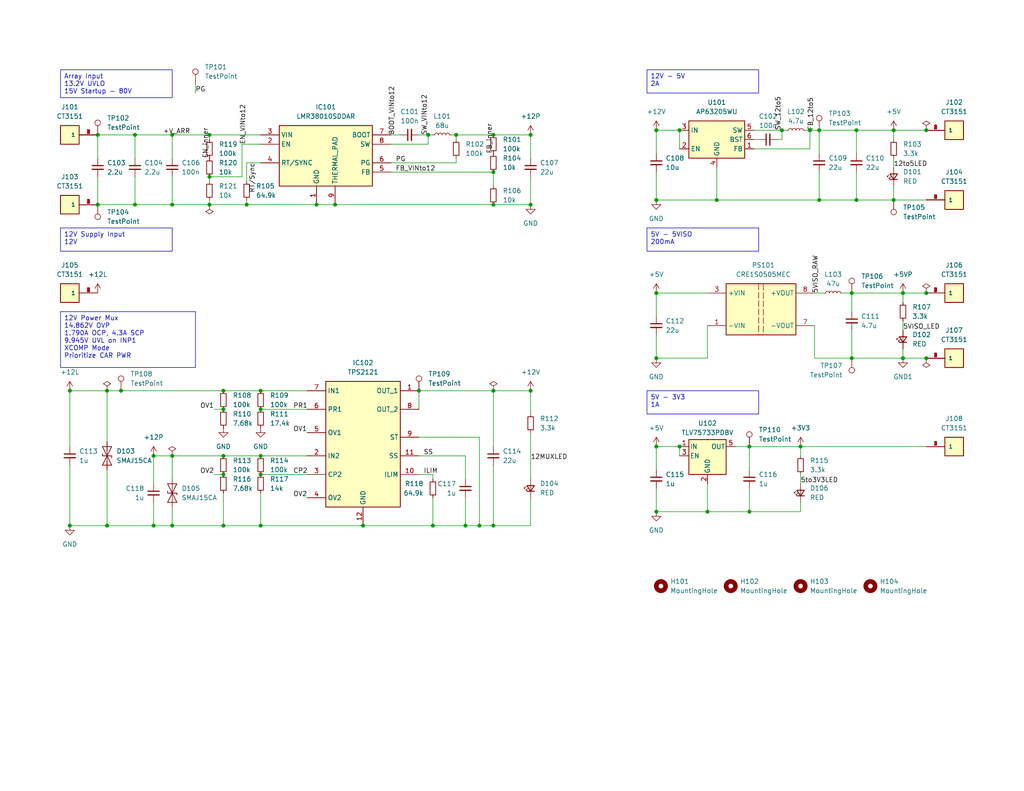
<source format=kicad_sch>
(kicad_sch (version 20231120) (generator "eeschema") (generator_version "8.0")
  (paper "USLetter")
  (title_block (title "Mighty MPPT Power Regulation Breakout") (date "2024-08-25") (rev "v0.1.0rc") (comment 1 "Matthew Yu & Jacob Pustilnik"))
  (junction (at 26.67 36.83))
  (junction (at 185.42 35.56))
  (junction (at 46.99 124.46))
  (junction (at 246.38 80.01))
  (junction (at 91.44 55.88))
  (junction (at 232.41 97.79))
  (junction (at 127 143.51))
  (junction (at 86.36 55.88))
  (junction (at 144.78 55.88))
  (junction (at 223.52 35.56))
  (junction (at 36.83 55.88))
  (junction (at 41.91 124.46))
  (junction (at 179.07 80.01))
  (junction (at 213.36 35.56))
  (junction (at 193.04 139.7))
  (junction (at 144.78 106.68))
  (junction (at 218.44 121.92))
  (junction (at 179.07 97.79))
  (junction (at 185.42 121.92))
  (junction (at 204.47 121.92))
  (junction (at 124.46 36.83))
  (junction (at 223.52 54.61))
  (junction (at 57.15 55.88))
  (junction (at 60.96 129.54))
  (junction (at 57.15 36.83))
  (junction (at 114.3 106.68))
  (junction (at 195.58 54.61))
  (junction (at 179.07 54.61))
  (junction (at 60.96 124.46))
  (junction (at 71.12 106.68))
  (junction (at 232.41 80.01))
  (junction (at 134.62 36.83))
  (junction (at 134.62 46.99))
  (junction (at 204.47 139.7))
  (junction (at 71.12 129.54))
  (junction (at 46.99 55.88))
  (junction (at 130.81 143.51))
  (junction (at 134.62 143.51))
  (junction (at 71.12 124.46))
  (junction (at 134.62 55.88))
  (junction (at 243.84 54.61))
  (junction (at 41.91 143.51))
  (junction (at 118.11 143.51))
  (junction (at 71.12 143.51))
  (junction (at 19.05 106.68))
  (junction (at 19.05 143.51))
  (junction (at 116.84 36.83))
  (junction (at 29.21 106.68))
  (junction (at 46.99 143.51))
  (junction (at 67.31 55.88))
  (junction (at 246.38 97.79))
  (junction (at 33.02 106.68))
  (junction (at 179.07 139.7))
  (junction (at 144.78 36.83))
  (junction (at 252.73 80.01))
  (junction (at 46.99 36.83))
  (junction (at 233.68 35.56))
  (junction (at 57.15 48.26))
  (junction (at 243.84 35.56))
  (junction (at 36.83 36.83))
  (junction (at 29.21 143.51))
  (junction (at 220.98 35.56))
  (junction (at 233.68 54.61))
  (junction (at 252.73 35.56))
  (junction (at 99.06 143.51))
  (junction (at 60.96 111.76))
  (junction (at 60.96 143.51))
  (junction (at 60.96 106.68))
  (junction (at 179.07 121.92))
  (junction (at 71.12 111.76))
  (junction (at 179.07 35.56))
  (junction (at 252.73 97.79))
  (junction (at 134.62 106.68))
  (junction (at 26.67 55.88))
  (wire (pts (xy 71.12 124.46) (xy 83.82 124.46)))
  (wire (pts (xy 26.67 36.83) (xy 36.83 36.83)))
  (wire (pts (xy 246.38 80.01) (xy 232.41 80.01)))
  (wire (pts (xy 46.99 43.18) (xy 46.99 36.83)))
  (wire (pts (xy 144.78 48.26) (xy 144.78 55.88)))
  (wire (pts (xy 213.36 38.1) (xy 212.09 38.1)))
  (wire (pts (xy 19.05 106.68) (xy 29.21 106.68)))
  (wire (pts (xy 219.71 35.56) (xy 220.98 35.56)))
  (wire (pts (xy 57.15 55.88) (xy 67.31 55.88)))
  (wire (pts (xy 46.99 124.46) (xy 46.99 130.81)))
  (wire (pts (xy 66.04 39.37) (xy 66.04 48.26)))
  (wire (pts (xy 220.98 40.64) (xy 220.98 35.56)))
  (wire (pts (xy 106.68 36.83) (xy 109.22 36.83)))
  (wire (pts (xy 232.41 90.17) (xy 232.41 97.79)))
  (wire (pts (xy 134.62 36.83) (xy 144.78 36.83)))
  (wire (pts (xy 213.36 38.1) (xy 213.36 35.56)))
  (wire (pts (xy 144.78 43.18) (xy 144.78 36.83)))
  (wire (pts (xy 26.67 55.88) (xy 36.83 55.88)))
  (wire (pts (xy 118.11 130.81) (xy 118.11 129.54)))
  (wire (pts (xy 114.3 106.68) (xy 134.62 106.68)))
  (wire (pts (xy 99.06 143.51) (xy 118.11 143.51)))
  (wire (pts (xy 200.66 121.92) (xy 204.47 121.92)))
  (wire (pts (xy 19.05 143.51) (xy 29.21 143.51)))
  (wire (pts (xy 67.31 54.61) (xy 67.31 55.88)))
  (wire (pts (xy 60.96 143.51) (xy 60.96 134.62)))
  (wire (pts (xy 91.44 55.88) (xy 86.36 55.88)))
  (wire (pts (xy 195.58 54.61) (xy 195.58 45.72)))
  (wire (pts (xy 67.31 55.88) (xy 86.36 55.88)))
  (wire (pts (xy 193.04 97.79) (xy 179.07 97.79)))
  (wire (pts (xy 205.74 38.1) (xy 207.01 38.1)))
  (wire (pts (xy 179.07 91.44) (xy 179.07 97.79)))
  (wire (pts (xy 41.91 124.46) (xy 41.91 132.08)))
  (wire (pts (xy 41.91 124.46) (xy 46.99 124.46)))
  (wire (pts (xy 246.38 97.79) (xy 252.73 97.79)))
  (wire (pts (xy 58.42 129.54) (xy 60.96 129.54)))
  (wire (pts (xy 36.83 55.88) (xy 46.99 55.88)))
  (wire (pts (xy 66.04 48.26) (xy 57.15 48.26)))
  (wire (pts (xy 67.31 44.45) (xy 71.12 44.45)))
  (wire (pts (xy 130.81 119.38) (xy 130.81 143.51)))
  (wire (pts (xy 193.04 88.9) (xy 193.04 97.79)))
  (wire (pts (xy 57.15 36.83) (xy 71.12 36.83)))
  (wire (pts (xy 144.78 135.89) (xy 144.78 143.51)))
  (wire (pts (xy 29.21 128.27) (xy 29.21 143.51)))
  (wire (pts (xy 193.04 139.7) (xy 179.07 139.7)))
  (wire (pts (xy 179.07 80.01) (xy 179.07 86.36)))
  (wire (pts (xy 46.99 36.83) (xy 57.15 36.83)))
  (wire (pts (xy 71.12 143.51) (xy 99.06 143.51)))
  (wire (pts (xy 179.07 46.99) (xy 179.07 54.61)))
  (wire (pts (xy 60.96 124.46) (xy 71.12 124.46)))
  (wire (pts (xy 57.15 38.1) (xy 57.15 36.83)))
  (wire (pts (xy 60.96 143.51) (xy 71.12 143.51)))
  (wire (pts (xy 195.58 54.61) (xy 179.07 54.61)))
  (wire (pts (xy 127 124.46) (xy 114.3 124.46)))
  (wire (pts (xy 243.84 54.61) (xy 233.68 54.61)))
  (wire (pts (xy 57.15 48.26) (xy 57.15 49.53)))
  (wire (pts (xy 127 130.81) (xy 127 124.46)))
  (wire (pts (xy 57.15 55.88) (xy 46.99 55.88)))
  (wire (pts (xy 130.81 143.51) (xy 134.62 143.51)))
  (wire (pts (xy 41.91 143.51) (xy 46.99 143.51)))
  (wire (pts (xy 243.84 43.18) (xy 243.84 45.72)))
  (wire (pts (xy 26.67 48.26) (xy 26.67 55.88)))
  (wire (pts (xy 33.02 106.68) (xy 60.96 106.68)))
  (wire (pts (xy 116.84 39.37) (xy 116.84 36.83)))
  (wire (pts (xy 233.68 35.56) (xy 233.68 41.91)))
  (wire (pts (xy 233.68 54.61) (xy 223.52 54.61)))
  (wire (pts (xy 144.78 118.11) (xy 144.78 130.81)))
  (wire (pts (xy 71.12 106.68) (xy 83.82 106.68)))
  (wire (pts (xy 134.62 106.68) (xy 134.62 121.92)))
  (wire (pts (xy 179.07 41.91) (xy 179.07 35.56)))
  (wire (pts (xy 205.74 40.64) (xy 220.98 40.64)))
  (wire (pts (xy 134.62 127) (xy 134.62 143.51)))
  (wire (pts (xy 124.46 43.18) (xy 124.46 44.45)))
  (wire (pts (xy 134.62 55.88) (xy 91.44 55.88)))
  (wire (pts (xy 29.21 143.51) (xy 41.91 143.51)))
  (wire (pts (xy 144.78 55.88) (xy 134.62 55.88)))
  (wire (pts (xy 58.42 111.76) (xy 60.96 111.76)))
  (wire (pts (xy 124.46 44.45) (xy 106.68 44.45)))
  (wire (pts (xy 134.62 46.99) (xy 134.62 50.8)))
  (wire (pts (xy 218.44 129.54) (xy 218.44 132.08)))
  (wire (pts (xy 246.38 95.25) (xy 246.38 97.79)))
  (wire (pts (xy 179.07 121.92) (xy 179.07 128.27)))
  (wire (pts (xy 118.11 135.89) (xy 118.11 143.51)))
  (wire (pts (xy 127 135.89) (xy 127 143.51)))
  (wire (pts (xy 213.36 35.56) (xy 214.63 35.56)))
  (wire (pts (xy 53.34 22.86) (xy 53.34 25.4)))
  (wire (pts (xy 106.68 46.99) (xy 134.62 46.99)))
  (wire (pts (xy 222.25 97.79) (xy 222.25 88.9)))
  (wire (pts (xy 223.52 35.56) (xy 220.98 35.56)))
  (wire (pts (xy 223.52 46.99) (xy 223.52 54.61)))
  (wire (pts (xy 179.07 80.01) (xy 193.04 80.01)))
  (wire (pts (xy 46.99 143.51) (xy 60.96 143.51)))
  (wire (pts (xy 71.12 111.76) (xy 83.82 111.76)))
  (wire (pts (xy 243.84 35.56) (xy 233.68 35.56)))
  (wire (pts (xy 185.42 121.92) (xy 185.42 124.46)))
  (wire (pts (xy 243.84 54.61) (xy 252.73 54.61)))
  (wire (pts (xy 218.44 124.46) (xy 218.44 121.92)))
  (wire (pts (xy 195.58 54.61) (xy 223.52 54.61)))
  (wire (pts (xy 185.42 35.56) (xy 185.42 40.64)))
  (wire (pts (xy 223.52 35.56) (xy 223.52 41.91)))
  (wire (pts (xy 222.25 97.79) (xy 232.41 97.79)))
  (wire (pts (xy 19.05 127) (xy 19.05 143.51)))
  (wire (pts (xy 36.83 36.83) (xy 46.99 36.83)))
  (wire (pts (xy 134.62 106.68) (xy 144.78 106.68)))
  (wire (pts (xy 19.05 106.68) (xy 19.05 121.92)))
  (wire (pts (xy 204.47 139.7) (xy 218.44 139.7)))
  (wire (pts (xy 232.41 85.09) (xy 232.41 80.01)))
  (wire (pts (xy 204.47 133.35) (xy 204.47 139.7)))
  (wire (pts (xy 67.31 49.53) (xy 67.31 44.45)))
  (wire (pts (xy 71.12 134.62) (xy 71.12 143.51)))
  (wire (pts (xy 204.47 121.92) (xy 218.44 121.92)))
  (wire (pts (xy 114.3 106.68) (xy 114.3 111.76)))
  (wire (pts (xy 116.84 36.83) (xy 118.11 36.83)))
  (wire (pts (xy 193.04 139.7) (xy 204.47 139.7)))
  (wire (pts (xy 243.84 38.1) (xy 243.84 35.56)))
  (wire (pts (xy 60.96 106.68) (xy 71.12 106.68)))
  (wire (pts (xy 114.3 36.83) (xy 116.84 36.83)))
  (wire (pts (xy 71.12 129.54) (xy 83.82 129.54)))
  (wire (pts (xy 134.62 143.51) (xy 144.78 143.51)))
  (wire (pts (xy 179.07 35.56) (xy 185.42 35.56)))
  (wire (pts (xy 57.15 54.61) (xy 57.15 55.88)))
  (wire (pts (xy 233.68 35.56) (xy 223.52 35.56)))
  (wire (pts (xy 41.91 137.16) (xy 41.91 143.51)))
  (wire (pts (xy 124.46 36.83) (xy 134.62 36.83)))
  (wire (pts (xy 36.83 36.83) (xy 36.83 43.18)))
  (wire (pts (xy 36.83 48.26) (xy 36.83 55.88)))
  (wire (pts (xy 29.21 106.68) (xy 29.21 120.65)))
  (wire (pts (xy 204.47 121.92) (xy 204.47 128.27)))
  (wire (pts (xy 114.3 119.38) (xy 130.81 119.38)))
  (wire (pts (xy 26.67 43.18) (xy 26.67 36.83)))
  (wire (pts (xy 246.38 80.01) (xy 252.73 80.01)))
  (wire (pts (xy 123.19 36.83) (xy 124.46 36.83)))
  (wire (pts (xy 246.38 82.55) (xy 246.38 80.01)))
  (wire (pts (xy 29.21 106.68) (xy 33.02 106.68)))
  (wire (pts (xy 179.07 133.35) (xy 179.07 139.7)))
  (wire (pts (xy 124.46 36.83) (xy 124.46 38.1)))
  (wire (pts (xy 179.07 121.92) (xy 185.42 121.92)))
  (wire (pts (xy 46.99 48.26) (xy 46.99 55.88)))
  (wire (pts (xy 144.78 106.68) (xy 144.78 113.03)))
  (wire (pts (xy 243.84 35.56) (xy 252.73 35.56)))
  (wire (pts (xy 246.38 87.63) (xy 246.38 90.17)))
  (wire (pts (xy 106.68 39.37) (xy 116.84 39.37)))
  (wire (pts (xy 46.99 124.46) (xy 60.96 124.46)))
  (wire (pts (xy 193.04 132.08) (xy 193.04 139.7)))
  (wire (pts (xy 118.11 129.54) (xy 114.3 129.54)))
  (wire (pts (xy 46.99 138.43) (xy 46.99 143.51)))
  (wire (pts (xy 71.12 39.37) (xy 66.04 39.37)))
  (wire (pts (xy 222.25 80.01) (xy 224.79 80.01)))
  (wire (pts (xy 130.81 143.51) (xy 127 143.51)))
  (wire (pts (xy 233.68 46.99) (xy 233.68 54.61)))
  (wire (pts (xy 118.11 143.51) (xy 127 143.51)))
  (wire (pts (xy 205.74 35.56) (xy 213.36 35.56)))
  (wire (pts (xy 232.41 80.01) (xy 229.87 80.01)))
  (wire (pts (xy 232.41 97.79) (xy 246.38 97.79)))
  (wire (pts (xy 218.44 121.92) (xy 252.73 121.92)))
  (wire (pts (xy 243.84 50.8) (xy 243.84 54.61)))
  (wire (pts (xy 218.44 137.16) (xy 218.44 139.7)))
  (text_box "5V - 3V3\n1A" (at 176.53 106.68 0) (size 30.48 6.35) (effects (font (size 1.27 1.27)) (justify left top)))
  (text_box "5V - 5VISO\n200mA" (at 176.53 62.23 0) (size 30.48 6.35) (effects (font (size 1.27 1.27)) (justify left top)))
  (text_box "Array Input\n13.2V UVLO\n15V Startup - 80V" (at 16.51 19.05 0) (size 30.48 7.62) (effects (font (size 1.27 1.27)) (justify left top)))
  (text_box "12V Power Mux\n14.862V OVP\n1.790A OCP, 4.3A SCP\n9.945V UVL on INP1\nXCOMP Mode\nPrioritize CAR PWR" (at 16.51 85.09 0) (size 36.83 15.24) (effects (font (size 1.27 1.27)) (justify left top)))
  (text_box "12V - 5V\n2A" (at 176.53 19.05 0) (size 30.48 6.35) (effects (font (size 1.27 1.27)) (justify left top)))
  (text_box "12V Supply Input\n12V" (at 16.51 62.23 0) (size 30.48 6.35) (effects (font (size 1.27 1.27)) (justify left top)))
  (label "12MUXLED" (at 144.78 125.73 0))
  (label "OV2" (at 58.42 129.54 180))
  (label "OV1" (at 83.82 118.11 180))
  (label "CP2" (at 80.01 129.54 0))
  (label "SS" (at 115.57 124.46 0))
  (label "SW_12to5" (at 213.36 35.56 90))
  (label "5to3V3LED" (at 218.44 132.08 0))
  (label "ILIM" (at 115.57 129.54 0))
  (label "PG" (at 53.34 25.4 0))
  (label "5VISO_RAW" (at 223.52 80.01 90))
  (label "+V_ARR" (at 44.45 36.83 0))
  (label "RT{slash}Sync" (at 69.85 44.45 270))
  (label "FB_VINto12" (at 107.95 46.99 0))
  (label "12to5LED" (at 243.84 45.72 0))
  (label "PG" (at 107.95 44.45 0))
  (label "EN_VINto12" (at 67.31 39.37 90))
  (label "EN_inner" (at 57.15 43.18 90))
  (label "FB_inner" (at 134.62 41.91 90))
  (label "FB_12to5" (at 222.25 35.56 90))
  (label "BOOT_VINto12" (at 107.95 36.83 90))
  (label "OV1" (at 58.42 111.76 180))
  (label "PR1" (at 80.01 111.76 0))
  (label "SW_VINto12" (at 116.84 36.83 90))
  (label "OV2" (at 83.82 135.89 180))
  (label "5VISO_LED" (at 246.38 90.17 0))
  (symbol (lib_id "Device:R_Small") (at 60.96 127 0) (mirror y) (unit 1)
    (property "Reference" "R113" (at 63.5 125.7299 0) (effects (justify right)))
    (property "Value" "100k" (at 63.5 128.2699 0) (effects (justify right)))
    (property "Footprint" "Resistor_SMD:R_0805_2012Metric_Pad1.20x1.40mm_HandSolder" (effects (hide yes)))
    (property "Datasheet" "https://wmsc.lcsc.com/wmsc/upload/file/pdf/v2/lcsc/2205312316_UNI-ROYAL-Uniroyal-Elec-0805W8F1003T5E_C149504.pdf" (effects (hide yes)))
    (property "Description" "Resistor, small symbol" (effects (hide yes)))
    (property "Cost" "0.0017" (effects (hide yes)))
    (property "Distributor" "LCSC" (effects (hide yes)))
    (property "LCSC Part #" "C149504" (effects (hide yes)))
    (property "Manufacturer" "UNI-ROYAL(Uniroyal Elec)" (effects (hide yes)))
    (property "P/N" "0805W8F1003T5E" (effects (hide yes)))
  )
  (symbol (lib_id "power:+5VP") (at 246.38 80.01 0) (unit 1)
    (property "Reference" "#PWR0108" (effects (hide yes)))
    (property "Value" "+5VP" (at 246.38 74.93 0))
    (property "Description" "Power symbol creates a global label with name \"+5VP\"" (effects (hide yes)))
  )
  (symbol (lib_id "Device:R_Small") (at 144.78 115.57 0) (unit 1)
    (property "Reference" "R112" (at 147.32 114.2999 0) (effects (justify left)))
    (property "Value" "3.3k" (at 147.32 116.8399 0) (effects (justify left)))
    (property "Footprint" "Resistor_SMD:R_0805_2012Metric_Pad1.20x1.40mm_HandSolder" (effects (hide yes)))
    (property "Datasheet" "https://wmsc.lcsc.com/wmsc/upload/file/pdf/v2/lcsc/2206010045_UNI-ROYAL-Uniroyal-Elec-0805W8F3301T5E_C26010.pdf" (effects (hide yes)))
    (property "Description" "Resistor, small symbol" (effects (hide yes)))
    (property "Cost" "0.0017" (effects (hide yes)))
    (property "Distributor" "LCSC" (effects (hide yes)))
    (property "LCSC Part #" "C26010" (effects (hide yes)))
    (property "Manufacturer" "UNI-ROYAL(Uniroyal Elec)" (effects (hide yes)))
    (property "P/N" "0805W8F3301T5E" (effects (hide yes)))
  )
  (symbol (lib_id "power:+12P") (at 41.91 124.46 0) (unit 1)
    (property "Reference" "#PWR0117" (effects (hide yes)))
    (property "Value" "+12P" (at 41.91 119.38 0))
    (property "Description" "Power symbol creates a global label with name \"+12P\"" (effects (hide yes)))
  )
  (symbol (lib_name "CT3151_1") (lib_id "caltest_ct3151:CT3151") (at 260.35 97.79 0) (mirror x) (unit 1)
    (property "Reference" "J107" (at 260.35 90.17 0))
    (property "Value" "CT3151" (at 260.35 92.71 0))
    (property "Footprint" "footprints:caltest_ct3151" (effects (hide yes)))
    (property "Datasheet" "https://mm.digikey.com/Volume0/opasdata/d220001/medias/docus/4846/DS_1768_Catalog.pdf" (effects (hide yes)))
    (property "Description" "CONN BANANA JACK SOLDER" (effects (hide yes)))
    (property "Distributor" "Digikey" (effects (hide yes)))
    (property "Manufacturer" "Caltest" (effects (hide yes)))
    (property "P/N" "  CT3151-0" (effects (hide yes)))
    (property "Cost" "2.45" (effects (hide yes)))
  )
  (symbol (lib_name "CT3151_1") (lib_id "caltest_ct3151:CT3151") (at 260.35 80.01 0) (mirror x) (unit 1)
    (property "Reference" "J106" (at 260.35 72.39 0))
    (property "Value" "CT3151" (at 260.35 74.93 0))
    (property "Footprint" "footprints:caltest_ct3151" (effects (hide yes)))
    (property "Datasheet" "https://mm.digikey.com/Volume0/opasdata/d220001/medias/docus/4846/DS_1768_Catalog.pdf" (effects (hide yes)))
    (property "Description" "CONN BANANA JACK SOLDER" (effects (hide yes)))
    (property "Distributor" "Digikey" (effects (hide yes)))
    (property "Manufacturer" "Caltest" (effects (hide yes)))
    (property "P/N" "  CT3151-2" (effects (hide yes)))
    (property "Cost" "2.45" (effects (hide yes)))
  )
  (symbol (lib_id "Device:R_Small") (at 60.96 132.08 0) (mirror y) (unit 1)
    (property "Reference" "R116" (at 63.5 130.8099 0) (effects (justify right)))
    (property "Value" "7.68k" (at 63.5 133.3499 0) (effects (justify right)))
    (property "Footprint" "Resistor_SMD:R_0805_2012Metric_Pad1.20x1.40mm_HandSolder" (effects (hide yes)))
    (property "Datasheet" "https://wmsc.lcsc.com/wmsc/upload/file/pdf/v2/lcsc/2206010030_UNI-ROYAL-Uniroyal-Elec-0805W8F7681T5E_C30041.pdf" (effects (hide yes)))
    (property "Description" "Resistor, small symbol" (effects (hide yes)))
    (property "Cost" "0.0011" (effects (hide yes)))
    (property "Distributor" "LCSC" (effects (hide yes)))
    (property "LCSC Part #" "C30041" (effects (hide yes)))
    (property "Manufacturer" "UNI-ROYAL(Uniroyal Elec)" (effects (hide yes)))
    (property "P/N" "0805W8F7681T5E" (effects (hide yes)))
  )
  (symbol (lib_name "CT3151_1") (lib_id "caltest_ct3151:CT3151") (at 260.35 35.56 0) (mirror x) (unit 1)
    (property "Reference" "J102" (at 260.35 27.94 0))
    (property "Value" "CT3151" (at 260.35 30.48 0))
    (property "Footprint" "footprints:caltest_ct3151" (effects (hide yes)))
    (property "Datasheet" "https://mm.digikey.com/Volume0/opasdata/d220001/medias/docus/4846/DS_1768_Catalog.pdf" (effects (hide yes)))
    (property "Description" "CONN BANANA JACK SOLDER" (effects (hide yes)))
    (property "Distributor" "Digikey" (effects (hide yes)))
    (property "Manufacturer" "Caltest" (effects (hide yes)))
    (property "P/N" "  CT3151-2" (effects (hide yes)))
    (property "Cost" "2.45" (effects (hide yes)))
  )
  (symbol (lib_id "power:PWR_FLAG") (at 29.21 106.68 0) (unit 1)
    (property "Reference" "#FLG0105" (effects (hide yes)))
    (property "Value" "PWR_FLAG" (effects (hide yes)))
    (property "Description" "Special symbol for telling ERC where power comes from" (effects (hide yes)))
  )
  (symbol (lib_id "Device:LED_Small") (at 218.44 134.62 90) (unit 1)
    (property "Reference" "D106" (at 220.98 133.2864 90) (effects (justify right)))
    (property "Value" "RED" (at 220.98 135.8264 90) (effects (justify right)))
    (property "Footprint" "LED_SMD:LED_0805_2012Metric_Pad1.15x1.40mm_HandSolder" (effects (hide yes)))
    (property "Datasheet" "https://wmsc.lcsc.com/wmsc/upload/file/pdf/v2/lcsc/2304140030_Foshan-NationStar-Optoelectronics-NCD0805R1_C84256.pdf" (effects (hide yes)))
    (property "Description" "Light emitting diode, small symbol" (effects (hide yes)))
    (property "Distributor" "LCSC" (effects (hide yes)))
    (property "Manufacturer" "Foshan NationStar Optoelectronics" (effects (hide yes)))
    (property "P/N" "NCD0805R1" (effects (hide yes)))
    (property "LCSC Part #" "C84256" (effects (hide yes)))
    (property "Cost" "0.0119" (effects (hide yes)))
    (property "Notes" "Harvatek B1701URO-20D000114U1930 for normal run" (effects (hide yes)))
  )
  (symbol (lib_id "power:+5V") (at 179.07 121.92 0) (unit 1)
    (property "Reference" "#PWR0115" (effects (hide yes)))
    (property "Value" "+5V" (at 179.07 116.84 0))
    (property "Description" "Power symbol creates a global label with name \"+5V\"" (effects (hide yes)))
  )
  (symbol (lib_id "power:GND") (at 179.07 139.7 0) (unit 1)
    (property "Reference" "#PWR0118" (effects (hide yes)))
    (property "Value" "GND" (at 179.07 144.78 0))
    (property "Description" "Power symbol creates a global label with name \"GND\" , ground" (effects (hide yes)))
  )
  (symbol (lib_id "Device:R_Small") (at 218.44 127 0) (unit 1)
    (property "Reference" "R115" (at 220.98 125.7299 0) (effects (justify left)))
    (property "Value" "3.3k" (at 220.98 128.2699 0) (effects (justify left)))
    (property "Footprint" "Resistor_SMD:R_0805_2012Metric_Pad1.20x1.40mm_HandSolder" (effects (hide yes)))
    (property "Datasheet" "https://wmsc.lcsc.com/wmsc/upload/file/pdf/v2/lcsc/2206010045_UNI-ROYAL-Uniroyal-Elec-0805W8F3301T5E_C26010.pdf" (effects (hide yes)))
    (property "Description" "Resistor, small symbol" (effects (hide yes)))
    (property "Cost" "0.0017" (effects (hide yes)))
    (property "Distributor" "LCSC" (effects (hide yes)))
    (property "LCSC Part #" "C26010" (effects (hide yes)))
    (property "Manufacturer" "UNI-ROYAL(Uniroyal Elec)" (effects (hide yes)))
    (property "P/N" "0805W8F3301T5E" (effects (hide yes)))
  )
  (symbol (lib_id "Device:LED_Small") (at 243.84 48.26 90) (unit 1)
    (property "Reference" "D101" (at 246.38 46.9264 90) (effects (justify right)))
    (property "Value" "RED" (at 246.38 49.4664 90) (effects (justify right)))
    (property "Footprint" "LED_SMD:LED_0805_2012Metric_Pad1.15x1.40mm_HandSolder" (effects (hide yes)))
    (property "Datasheet" "https://wmsc.lcsc.com/wmsc/upload/file/pdf/v2/lcsc/2304140030_Foshan-NationStar-Optoelectronics-NCD0805R1_C84256.pdf" (effects (hide yes)))
    (property "Description" "Light emitting diode, small symbol" (effects (hide yes)))
    (property "Distributor" "LCSC" (effects (hide yes)))
    (property "Manufacturer" "Foshan NationStar Optoelectronics" (effects (hide yes)))
    (property "P/N" "NCD0805R1" (effects (hide yes)))
    (property "LCSC Part #" "C84256" (effects (hide yes)))
    (property "Cost" "0.0119" (effects (hide yes)))
    (property "Notes" "Harvatek B1701URO-20D000114U1930 for normal run" (effects (hide yes)))
  )
  (symbol (lib_id "Device:L_Small") (at 227.33 80.01 90) (unit 1)
    (property "Reference" "L103" (at 227.33 74.93 90))
    (property "Value" "47u" (at 227.33 77.47 90))
    (property "Footprint" "Inductor_SMD:L_Bourns_SRN6045TA" (effects (hide yes)))
    (property "Datasheet" "https://www.bourns.com/docs/Product-Datasheets/SRN6045TA.pdf" (effects (hide yes)))
    (property "Description" "Inductor, small symbol" (effects (hide yes)))
    (property "Distributor" "Digikey" (effects (hide yes)))
    (property "Manufacturer" "Bourns" (effects (hide yes)))
    (property "P/N" "SRN6045TA-470M" (effects (hide yes)))
    (property "LCSC Part #" "C5151734" (effects (hide yes)))
    (property "Cost" "0.2673" (effects (hide yes)))
    (property "Notes" "Digikey/Mouser for normal run" (effects (hide yes)))
  )
  (symbol (lib_id "power:GND") (at 71.12 116.84 0) (unit 1)
    (property "Reference" "#PWR0114" (effects (hide yes)))
    (property "Value" "GND" (at 71.12 121.92 0))
    (property "Description" "Power symbol creates a global label with name \"GND\" , ground" (effects (hide yes)))
  )
  (symbol (lib_id "power:+12V") (at 144.78 106.68 0) (unit 1)
    (property "Reference" "#PWR0112" (effects (hide yes)))
    (property "Value" "+12V" (at 144.78 101.6 0))
    (property "Description" "Power symbol creates a global label with name \"+12V\"" (effects (hide yes)))
  )
  (symbol (lib_id "power:GND") (at 60.96 116.84 0) (unit 1)
    (property "Reference" "#PWR0113" (effects (hide yes)))
    (property "Value" "GND" (at 60.96 121.92 0))
    (property "Description" "Power symbol creates a global label with name \"GND\" , ground" (effects (hide yes)))
  )
  (symbol (lib_id "Device:C_Small") (at 41.91 134.62 0) (mirror y) (unit 1)
    (property "Reference" "C118" (at 39.37 133.3562 0) (effects (justify left)))
    (property "Value" "1u" (at 39.37 135.8962 0) (effects (justify left)))
    (property "Footprint" "Capacitor_SMD:C_0805_2012Metric_Pad1.18x1.45mm_HandSolder" (effects (hide yes)))
    (property "Datasheet" "https://www.samsungsem.com/resources/file/global/support/product_catalog/MLCC.pdf" (effects (hide yes)))
    (property "Description" "Unpolarized capacitor, small symbol" (effects (hide yes)))
    (property "Cost" "0.0082" (effects (hide yes)))
    (property "Distributor" "LCSC" (effects (hide yes)))
    (property "LCSC Part #" "C28323" (effects (hide yes)))
    (property "Manufacturer" "Samsung Electro-Mechanics" (effects (hide yes)))
    (property "P/N" "CL21B105KBFNNNE" (effects (hide yes)))
  )
  (symbol (lib_id "Device:R_Small") (at 124.46 40.64 0) (unit 1)
    (property "Reference" "R102" (at 127 39.3699 0) (effects (justify left)))
    (property "Value" "100k" (at 127 41.9099 0) (effects (justify left)))
    (property "Footprint" "Resistor_SMD:R_0805_2012Metric_Pad1.20x1.40mm_HandSolder" (effects (hide yes)))
    (property "Datasheet" "https://wmsc.lcsc.com/wmsc/upload/file/pdf/v2/lcsc/2205312316_UNI-ROYAL-Uniroyal-Elec-0805W8F1003T5E_C149504.pdf" (effects (hide yes)))
    (property "Description" "Resistor, small symbol" (effects (hide yes)))
    (property "Cost" "0.0017" (effects (hide yes)))
    (property "Distributor" "LCSC" (effects (hide yes)))
    (property "LCSC Part #" "C149504" (effects (hide yes)))
    (property "Manufacturer" "UNI-ROYAL(Uniroyal Elec)" (effects (hide yes)))
    (property "P/N" "0805W8F1003T5E" (effects (hide yes)))
  )
  (symbol (lib_id "power:PWR_FLAG") (at 252.73 80.01 0) (unit 1)
    (property "Reference" "#FLG0103" (effects (hide yes)))
    (property "Value" "PWR_FLAG" (effects (hide yes)))
    (property "Description" "Special symbol for telling ERC where power comes from" (effects (hide yes)))
  )
  (symbol (lib_id "power:+12P") (at 144.78 36.83 0) (unit 1)
    (property "Reference" "#PWR0101" (effects (hide yes)))
    (property "Value" "+12P" (at 144.78 31.75 0))
    (property "Description" "Power symbol creates a global label with name \"+12P\"" (effects (hide yes)))
  )
  (symbol (lib_id "Diode:SMAJ15CA") (at 46.99 134.62 90) (unit 1)
    (property "Reference" "D105" (at 49.53 133.3499 90) (effects (justify right)))
    (property "Value" "SMAJ15CA" (at 49.53 135.8899 90) (effects (justify right)))
    (property "Footprint" "Diode_SMD:D_SMA" (effects (hide yes)))
    (property "Datasheet" "https://www.littelfuse.com/media?resourcetype=datasheets&itemid=75e32973-b177-4ee3-a0ff-cedaf1abdb93&filename=smaj-datasheet" (effects (hide yes)))
    (property "Description" "400W bidirectional Transient Voltage Suppressor, 15.0Vr, SMA(DO-214AC)" (effects (hide yes)))
    (property "Cost" "0.0950" (effects (hide yes)))
    (property "Distributor" "LCSC" (effects (hide yes)))
    (property "LCSC Part #" "C223985" (effects (hide yes)))
    (property "Manufacturer" "Littelfuse" (effects (hide yes)))
    (property "P/N" "SMAJ15CA" (effects (hide yes)))
  )
  (symbol (lib_id "Connector:TestPoint") (at 26.67 55.88 180) (unit 1)
    (property "Reference" "TP104" (at 29.21 57.9119 0) (effects (justify right)))
    (property "Value" "TestPoint" (at 29.21 60.4519 0) (effects (justify right)))
    (property "Footprint" "TestPoint:TestPoint_Keystone_5000-5004_Miniature" (effects (hide yes)))
    (property "Datasheet" "https://www.keyelco.com/userAssets/file/M65p56.pdf" (effects (hide yes)))
    (property "Description" "test point" (effects (hide yes)))
    (property "Cost" "0.2627" (effects (hide yes)))
    (property "Distributor" "LCSC" (effects (hide yes)))
    (property "Manufacturer" "Keystone Electronics" (effects (hide yes)))
    (property "P/N" "5000" (effects (hide yes)))
    (property "LCSC Part #" "C5199900" (effects (hide yes)))
    (property "Notes" "Digikey/Mouser for normal run" (effects (hide yes)))
  )
  (symbol (lib_id "power:+5V") (at 179.07 80.01 0) (unit 1)
    (property "Reference" "#PWR0107" (effects (hide yes)))
    (property "Value" "+5V" (at 179.07 74.93 0))
    (property "Description" "Power symbol creates a global label with name \"+5V\"" (effects (hide yes)))
  )
  (symbol (lib_id "power:+12L") (at 26.67 80.01 0) (unit 1)
    (property "Reference" "#PWR0106" (effects (hide yes)))
    (property "Value" "+12L" (at 26.67 74.93 0))
    (property "Description" "Power symbol creates a global label with name \"+12L\"" (effects (hide yes)))
  )
  (symbol (lib_id "power:+5V") (at 243.84 35.56 0) (unit 1)
    (property "Reference" "#PWR0103" (effects (hide yes)))
    (property "Value" "+5V" (at 243.84 30.48 0))
    (property "Description" "Power symbol creates a global label with name \"+5V\"" (effects (hide yes)))
  )
  (symbol (lib_id "Device:R_Small") (at 57.15 40.64 0) (unit 1)
    (property "Reference" "R119" (at 59.69 39.3699 0) (effects (justify left)))
    (property "Value" "100k" (at 59.69 41.9099 0) (effects (justify left)))
    (property "Footprint" "Resistor_SMD:R_0805_2012Metric_Pad1.20x1.40mm_HandSolder" (effects (hide yes)))
    (property "Datasheet" "https://wmsc.lcsc.com/wmsc/upload/file/pdf/v2/lcsc/2205312316_UNI-ROYAL-Uniroyal-Elec-0805W8F1003T5E_C149504.pdf" (effects (hide yes)))
    (property "Description" "Resistor, small symbol" (effects (hide yes)))
    (property "Cost" "0.0017" (effects (hide yes)))
    (property "Distributor" "LCSC" (effects (hide yes)))
    (property "LCSC Part #" "C149504" (effects (hide yes)))
    (property "Manufacturer" "UNI-ROYAL(Uniroyal Elec)" (effects (hide yes)))
    (property "P/N" "0805W8F1003T5E" (effects (hide yes)))
  )
  (symbol (lib_id "power:PWR_FLAG") (at 252.73 97.79 180) (unit 1)
    (property "Reference" "#FLG0104" (effects (hide yes)))
    (property "Value" "PWR_FLAG" (effects (hide yes)))
    (property "Description" "Special symbol for telling ERC where power comes from" (effects (hide yes)))
  )
  (symbol (lib_id "Device:R_Small") (at 71.12 127 0) (mirror y) (unit 1)
    (property "Reference" "R114" (at 73.66 125.7299 0) (effects (justify right)))
    (property "Value" "100k" (at 73.66 128.2699 0) (effects (justify right)))
    (property "Footprint" "Resistor_SMD:R_0805_2012Metric_Pad1.20x1.40mm_HandSolder" (effects (hide yes)))
    (property "Datasheet" "https://wmsc.lcsc.com/wmsc/upload/file/pdf/v2/lcsc/2205312316_UNI-ROYAL-Uniroyal-Elec-0805W8F1003T5E_C149504.pdf" (effects (hide yes)))
    (property "Description" "Resistor, small symbol" (effects (hide yes)))
    (property "Cost" "0.0017" (effects (hide yes)))
    (property "Distributor" "LCSC" (effects (hide yes)))
    (property "LCSC Part #" "C149504" (effects (hide yes)))
    (property "Manufacturer" "UNI-ROYAL(Uniroyal Elec)" (effects (hide yes)))
    (property "P/N" "0805W8F1003T5E" (effects (hide yes)))
  )
  (symbol (lib_id "Mechanical:MountingHole") (at 180.34 160.02 0) (unit 1) (exclude_from_sim yes) (in_bom no)
    (property "Reference" "H101" (at 182.88 158.7499 0) (effects (justify left)))
    (property "Value" "MountingHole" (at 182.88 161.2899 0) (effects (justify left)))
    (property "Footprint" "MountingHole:MountingHole_5.3mm_M5" (effects (hide yes)))
    (property "Description" "Mounting Hole without connection" (effects (hide yes)))
  )
  (symbol (lib_id "ti_TPS2121:TPS2121RUXR") (at 83.82 106.68 0) (unit 1)
    (property "Reference" "IC102" (at 99.06 99.06 0))
    (property "Value" "TPS2121" (at 99.06 101.6 0))
    (property "Footprint" "footprints:ti_TPS2121_RUXR" (effects (hide yes)))
    (property "Datasheet" "https://www.ti.com/lit/gpn/TPS2121" (effects (hide yes)))
    (property "Description" "2.7-22V, 56m, 4.5A, Priority Power MUX with Seamless Switchover" (effects (hide yes)))
    (property "Distributor" "LCSC" (effects (hide yes)))
    (property "Manufacturer" "Texas Instruments" (effects (hide yes)))
    (property "P/N" "TPS2121RUXR" (effects (hide yes)))
    (property "LCSC Part #" "C485916" (effects (hide yes)))
    (property "Cost" "0.9435" (effects (hide yes)))
    (property "Notes" "TI for normal run" (effects (hide yes)))
  )
  (symbol (lib_id "Connector:TestPoint") (at 243.84 54.61 180) (unit 1)
    (property "Reference" "TP105" (at 246.38 56.6419 0) (effects (justify right)))
    (property "Value" "TestPoint" (at 246.38 59.1819 0) (effects (justify right)))
    (property "Footprint" "TestPoint:TestPoint_Keystone_5000-5004_Miniature" (effects (hide yes)))
    (property "Datasheet" "https://www.keyelco.com/userAssets/file/M65p56.pdf" (effects (hide yes)))
    (property "Description" "test point" (effects (hide yes)))
    (property "Cost" "0.2627" (effects (hide yes)))
    (property "Distributor" "LCSC" (effects (hide yes)))
    (property "Manufacturer" "Keystone Electronics" (effects (hide yes)))
    (property "P/N" "5000" (effects (hide yes)))
    (property "LCSC Part #" "C5199900" (effects (hide yes)))
    (property "Notes" "Digikey/Mouser for normal run" (effects (hide yes)))
  )
  (symbol (lib_id "Device:C_Small") (at 179.07 44.45 0) (unit 1)
    (property "Reference" "C108" (at 181.61 43.1862 0) (effects (justify left)))
    (property "Value" "10u" (at 181.61 45.7262 0) (effects (justify left)))
    (property "Footprint" "Capacitor_SMD:C_0805_2012Metric_Pad1.18x1.45mm_HandSolder" (effects (hide yes)))
    (property "Datasheet" "https://www.samsungsem.com/resources/file/global/support/product_catalog/MLCC.pdf" (effects (hide yes)))
    (property "Description" "Unpolarized capacitor, small symbol" (effects (hide yes)))
    (property "Cost" "0.0096" (effects (hide yes)))
    (property "Distributor" "LCSC" (effects (hide yes)))
    (property "LCSC Part #" "C15850" (effects (hide yes)))
    (property "Manufacturer" "Samsung Electro-Mechanics" (effects (hide yes)))
    (property "P/N" "CL21A106KAYNNNE" (effects (hide yes)))
  )
  (symbol (lib_id "Connector:TestPoint") (at 53.34 22.86 0) (unit 1)
    (property "Reference" "TP101" (at 55.88 18.2879 0) (effects (justify left)))
    (property "Value" "TestPoint" (at 55.88 20.8279 0) (effects (justify left)))
    (property "Footprint" "TestPoint:TestPoint_Keystone_5000-5004_Miniature" (effects (hide yes)))
    (property "Datasheet" "https://www.keyelco.com/userAssets/file/M65p56.pdf" (effects (hide yes)))
    (property "Description" "test point" (effects (hide yes)))
    (property "Cost" "0.2627" (effects (hide yes)))
    (property "Distributor" "LCSC" (effects (hide yes)))
    (property "Manufacturer" "Keystone Electronics" (effects (hide yes)))
    (property "P/N" "5000" (effects (hide yes)))
    (property "LCSC Part #" "C5199900" (effects (hide yes)))
    (property "Notes" "Digikey/Mouser for normal run" (effects (hide yes)))
  )
  (symbol (lib_id "power:GND") (at 179.07 54.61 0) (unit 1)
    (property "Reference" "#PWR0105" (effects (hide yes)))
    (property "Value" "GND" (at 179.07 59.69 0))
    (property "Description" "Power symbol creates a global label with name \"GND\" , ground" (effects (hide yes)))
  )
  (symbol (lib_id "Device:C_Small") (at 144.78 45.72 0) (unit 1)
    (property "Reference" "C107" (at 147.32 44.4562 0) (effects (justify left)))
    (property "Value" "22u" (at 147.32 46.9962 0) (effects (justify left)))
    (property "Footprint" "Capacitor_SMD:C_0805_2012Metric_Pad1.18x1.45mm_HandSolder" (effects (hide yes)))
    (property "Datasheet" "https://www.samsungsem.com/resources/file/global/support/product_catalog/MLCC.pdf" (effects (hide yes)))
    (property "Description" "Unpolarized capacitor, small symbol" (effects (hide yes)))
    (property "Cost" "0.0215" (effects (hide yes)))
    (property "Distributor" "LCSC" (effects (hide yes)))
    (property "LCSC Part #" "C45783" (effects (hide yes)))
    (property "Manufacturer" "Samsung Electro-Mechanics" (effects (hide yes)))
    (property "P/N" "CL21A226MAQNNNE" (effects (hide yes)))
  )
  (symbol (lib_id "Device:LED_Small") (at 144.78 133.35 90) (unit 1)
    (property "Reference" "D104" (at 147.32 132.0164 90) (effects (justify right)))
    (property "Value" "RED" (at 147.32 134.5564 90) (effects (justify right)))
    (property "Footprint" "LED_SMD:LED_0805_2012Metric_Pad1.15x1.40mm_HandSolder" (effects (hide yes)))
    (property "Datasheet" "https://wmsc.lcsc.com/wmsc/upload/file/pdf/v2/lcsc/2304140030_Foshan-NationStar-Optoelectronics-NCD0805R1_C84256.pdf" (effects (hide yes)))
    (property "Description" "Light emitting diode, small symbol" (effects (hide yes)))
    (property "Distributor" "LCSC" (effects (hide yes)))
    (property "Manufacturer" "Foshan NationStar Optoelectronics" (effects (hide yes)))
    (property "P/N" "NCD0805R1" (effects (hide yes)))
    (property "LCSC Part #" "C84256" (effects (hide yes)))
    (property "Cost" "0.0119" (effects (hide yes)))
    (property "Notes" "Harvatek B1701URO-20D000114U1930 for normal run" (effects (hide yes)))
  )
  (symbol (lib_id "Device:R_Small") (at 60.96 109.22 0) (mirror y) (unit 1)
    (property "Reference" "R108" (at 63.5 107.9499 0) (effects (justify right)))
    (property "Value" "100k" (at 63.5 110.4899 0) (effects (justify right)))
    (property "Footprint" "Resistor_SMD:R_0805_2012Metric_Pad1.20x1.40mm_HandSolder" (effects (hide yes)))
    (property "Datasheet" "https://wmsc.lcsc.com/wmsc/upload/file/pdf/v2/lcsc/2205312316_UNI-ROYAL-Uniroyal-Elec-0805W8F1003T5E_C149504.pdf" (effects (hide yes)))
    (property "Description" "Resistor, small symbol" (effects (hide yes)))
    (property "Cost" "0.0017" (effects (hide yes)))
    (property "Distributor" "LCSC" (effects (hide yes)))
    (property "LCSC Part #" "C149504" (effects (hide yes)))
    (property "Manufacturer" "UNI-ROYAL(Uniroyal Elec)" (effects (hide yes)))
    (property "P/N" "0805W8F1003T5E" (effects (hide yes)))
  )
  (symbol (lib_id "Device:R_Small") (at 246.38 85.09 0) (unit 1)
    (property "Reference" "R107" (at 248.92 83.8199 0) (effects (justify left)))
    (property "Value" "3.3k" (at 248.92 86.3599 0) (effects (justify left)))
    (property "Footprint" "Resistor_SMD:R_0805_2012Metric_Pad1.20x1.40mm_HandSolder" (effects (hide yes)))
    (property "Datasheet" "https://wmsc.lcsc.com/wmsc/upload/file/pdf/v2/lcsc/2206010045_UNI-ROYAL-Uniroyal-Elec-0805W8F3301T5E_C26010.pdf" (effects (hide yes)))
    (property "Description" "Resistor, small symbol" (effects (hide yes)))
    (property "Cost" "0.0017" (effects (hide yes)))
    (property "Distributor" "LCSC" (effects (hide yes)))
    (property "LCSC Part #" "C26010" (effects (hide yes)))
    (property "Manufacturer" "UNI-ROYAL(Uniroyal Elec)" (effects (hide yes)))
    (property "P/N" "0805W8F3301T5E" (effects (hide yes)))
  )
  (symbol (lib_id "power:+3V3") (at 218.44 121.92 0) (unit 1)
    (property "Reference" "#PWR0116" (effects (hide yes)))
    (property "Value" "+3V3" (at 218.44 116.84 0))
    (property "Description" "Power symbol creates a global label with name \"+3V3\"" (effects (hide yes)))
  )
  (symbol (lib_id "power:PWR_FLAG") (at 57.15 55.88 180) (unit 1)
    (property "Reference" "#FLG0102" (effects (hide yes)))
    (property "Value" "PWR_FLAG" (effects (hide yes)))
    (property "Description" "Special symbol for telling ERC where power comes from" (effects (hide yes)))
  )
  (symbol (lib_id "Device:C_Small") (at 223.52 44.45 0) (unit 1)
    (property "Reference" "C109" (at 226.06 43.1862 0) (effects (justify left)))
    (property "Value" "22u" (at 226.06 45.7262 0) (effects (justify left)))
    (property "Footprint" "Capacitor_SMD:C_0805_2012Metric_Pad1.18x1.45mm_HandSolder" (effects (hide yes)))
    (property "Datasheet" "https://www.samsungsem.com/resources/file/global/support/product_catalog/MLCC.pdf" (effects (hide yes)))
    (property "Description" "Unpolarized capacitor, small symbol" (effects (hide yes)))
    (property "Cost" "0.0215" (effects (hide yes)))
    (property "Distributor" "LCSC" (effects (hide yes)))
    (property "LCSC Part #" "C45783" (effects (hide yes)))
    (property "Manufacturer" "Samsung Electro-Mechanics" (effects (hide yes)))
    (property "P/N" "CL21A226MAQNNNE" (effects (hide yes)))
  )
  (symbol (lib_id "Connector:TestPoint") (at 26.67 36.83 0) (unit 1)
    (property "Reference" "TP102" (at 29.21 32.2579 0) (effects (justify left)))
    (property "Value" "TestPoint" (at 29.21 34.7979 0) (effects (justify left)))
    (property "Footprint" "TestPoint:TestPoint_Keystone_5000-5004_Miniature" (effects (hide yes)))
    (property "Datasheet" "https://www.keyelco.com/userAssets/file/M65p56.pdf" (effects (hide yes)))
    (property "Description" "test point" (effects (hide yes)))
    (property "Cost" "0.2627" (effects (hide yes)))
    (property "Distributor" "LCSC" (effects (hide yes)))
    (property "Manufacturer" "Keystone Electronics" (effects (hide yes)))
    (property "P/N" "5000" (effects (hide yes)))
    (property "LCSC Part #" "C5199900" (effects (hide yes)))
    (property "Notes" "Digikey/Mouser for normal run" (effects (hide yes)))
  )
  (symbol (lib_id "Device:R_Small") (at 118.11 133.35 0) (mirror y) (unit 1)
    (property "Reference" "R118" (at 115.57 132.0799 0) (effects (justify left)))
    (property "Value" "64.9k" (at 115.57 134.6199 0) (effects (justify left)))
    (property "Footprint" "Resistor_SMD:R_0805_2012Metric_Pad1.20x1.40mm_HandSolder" (effects (hide yes)))
    (property "Datasheet" "https://wmsc.lcsc.com/wmsc/upload/file/pdf/v2/lcsc/2205311830_UNI-ROYAL-Uniroyal-Elec-0805W8F6492T5E_C17788.pdf" (effects (hide yes)))
    (property "Description" "Resistor, small symbol" (effects (hide yes)))
    (property "Cost" "0.0018" (effects (hide yes)))
    (property "Distributor" "LCSC" (effects (hide yes)))
    (property "LCSC Part #" "C17788" (effects (hide yes)))
    (property "Manufacturer" "UNI-ROYAL(Uniroyal Elec)" (effects (hide yes)))
    (property "P/N" "0805W8F6492T5E" (effects (hide yes)))
  )
  (symbol (lib_id "Device:R_Small") (at 243.84 40.64 0) (unit 1)
    (property "Reference" "R103" (at 246.38 39.3699 0) (effects (justify left)))
    (property "Value" "3.3k" (at 246.38 41.9099 0) (effects (justify left)))
    (property "Footprint" "Resistor_SMD:R_0805_2012Metric_Pad1.20x1.40mm_HandSolder" (effects (hide yes)))
    (property "Datasheet" "https://wmsc.lcsc.com/wmsc/upload/file/pdf/v2/lcsc/2206010045_UNI-ROYAL-Uniroyal-Elec-0805W8F3301T5E_C26010.pdf" (effects (hide yes)))
    (property "Description" "Resistor, small symbol" (effects (hide yes)))
    (property "Cost" "0.0017" (effects (hide yes)))
    (property "Distributor" "LCSC" (effects (hide yes)))
    (property "LCSC Part #" "C26010" (effects (hide yes)))
    (property "Manufacturer" "UNI-ROYAL(Uniroyal Elec)" (effects (hide yes)))
    (property "P/N" "0805W8F3301T5E" (effects (hide yes)))
  )
  (symbol (lib_id "Device:C_Small") (at 179.07 130.81 0) (unit 1)
    (property "Reference" "C115" (at 181.61 129.5462 0) (effects (justify left)))
    (property "Value" "1u" (at 181.61 132.0862 0) (effects (justify left)))
    (property "Footprint" "Capacitor_SMD:C_0805_2012Metric_Pad1.18x1.45mm_HandSolder" (effects (hide yes)))
    (property "Datasheet" "https://www.samsungsem.com/resources/file/global/support/product_catalog/MLCC.pdf" (effects (hide yes)))
    (property "Description" "Unpolarized capacitor, small symbol" (effects (hide yes)))
    (property "Cost" "0.0082" (effects (hide yes)))
    (property "Distributor" "LCSC" (effects (hide yes)))
    (property "LCSC Part #" "C28323" (effects (hide yes)))
    (property "Manufacturer" "Samsung Electro-Mechanics" (effects (hide yes)))
    (property "P/N" "CL21B105KBFNNNE" (effects (hide yes)))
  )
  (symbol (lib_id "Device:C_Small") (at 179.07 88.9 0) (unit 1)
    (property "Reference" "C112" (at 181.61 87.6362 0) (effects (justify left)))
    (property "Value" "22u" (at 181.61 90.1762 0) (effects (justify left)))
    (property "Footprint" "Capacitor_SMD:C_0805_2012Metric_Pad1.18x1.45mm_HandSolder" (effects (hide yes)))
    (property "Datasheet" "https://www.samsungsem.com/resources/file/global/support/product_catalog/MLCC.pdf" (effects (hide yes)))
    (property "Description" "Unpolarized capacitor, small symbol" (effects (hide yes)))
    (property "Cost" "0.0215" (effects (hide yes)))
    (property "Distributor" "LCSC" (effects (hide yes)))
    (property "LCSC Part #" "C45783" (effects (hide yes)))
    (property "Manufacturer" "Samsung Electro-Mechanics" (effects (hide yes)))
    (property "P/N" "CL21A226MAQNNNE" (effects (hide yes)))
  )
  (symbol (lib_id "murata_CRE1_S0505MEC:CRE1S0505MEC") (at 193.04 78.74 0) (unit 1)
    (property "Reference" "PS101" (at 208.28 72.39 0))
    (property "Value" "CRE1S0505MEC" (at 208.28 74.93 0))
    (property "Footprint" "footprints:murata_CRE1_S0505MEC" (effects (hide yes)))
    (property "Datasheet" "https://www.murata.com/products/productdata/8807029407774/kdc-cre1.pdf" (effects (hide yes)))
    (property "Description" "Isolated Module DC DC Converter 1 Output 5V 200mA 4.5V - 5.5V Input" (effects (hide yes)))
    (property "Distributor" "Digikey" (effects (hide yes)))
    (property "Manufacturer" "Murata Power Solutions" (effects (hide yes)))
    (property "P/N" "CRE1S0505MEC" (effects (hide yes)))
    (property "Cost" "4.40" (effects (hide yes)))
  )
  (symbol (lib_name "CT3151_1") (lib_id "caltest_ct3151:CT3151") (at 19.05 55.88 180) (unit 1)
    (property "Reference" "J103" (at 19.05 48.26 0))
    (property "Value" "CT3151" (at 19.05 50.8 0))
    (property "Footprint" "footprints:caltest_ct3151" (effects (hide yes)))
    (property "Datasheet" "https://mm.digikey.com/Volume0/opasdata/d220001/medias/docus/4846/DS_1768_Catalog.pdf" (effects (hide yes)))
    (property "Description" "CONN BANANA JACK SOLDER" (effects (hide yes)))
    (property "Distributor" "Digikey" (effects (hide yes)))
    (property "Manufacturer" "Caltest" (effects (hide yes)))
    (property "P/N" "  CT3151-0" (effects (hide yes)))
    (property "Cost" "2.45" (effects (hide yes)))
  )
  (symbol (lib_name "CT3151_1") (lib_id "caltest_ct3151:CT3151") (at 19.05 80.01 180) (unit 1)
    (property "Reference" "J105" (at 19.05 72.39 0))
    (property "Value" "CT3151" (at 19.05 74.93 0))
    (property "Footprint" "footprints:caltest_ct3151" (effects (hide yes)))
    (property "Datasheet" "https://mm.digikey.com/Volume0/opasdata/d220001/medias/docus/4846/DS_1768_Catalog.pdf" (effects (hide yes)))
    (property "Description" "CONN BANANA JACK SOLDER" (effects (hide yes)))
    (property "Distributor" "Digikey" (effects (hide yes)))
    (property "Manufacturer" "Caltest" (effects (hide yes)))
    (property "P/N" "  CT3151-2" (effects (hide yes)))
    (property "Cost" "2.45" (effects (hide yes)))
  )
  (symbol (lib_id "Device:R_Small") (at 71.12 109.22 0) (mirror y) (unit 1)
    (property "Reference" "R109" (at 73.66 107.9499 0) (effects (justify right)))
    (property "Value" "100k" (at 73.66 110.4899 0) (effects (justify right)))
    (property "Footprint" "Resistor_SMD:R_0805_2012Metric_Pad1.20x1.40mm_HandSolder" (effects (hide yes)))
    (property "Datasheet" "https://wmsc.lcsc.com/wmsc/upload/file/pdf/v2/lcsc/2205312316_UNI-ROYAL-Uniroyal-Elec-0805W8F1003T5E_C149504.pdf" (effects (hide yes)))
    (property "Description" "Resistor, small symbol" (effects (hide yes)))
    (property "Cost" "0.0017" (effects (hide yes)))
    (property "Distributor" "LCSC" (effects (hide yes)))
    (property "LCSC Part #" "C149504" (effects (hide yes)))
    (property "Manufacturer" "UNI-ROYAL(Uniroyal Elec)" (effects (hide yes)))
    (property "P/N" "0805W8F1003T5E" (effects (hide yes)))
  )
  (symbol (lib_name "CT3151_1") (lib_id "caltest_ct3151:CT3151") (at 260.35 121.92 0) (mirror x) (unit 1)
    (property "Reference" "J108" (at 260.35 114.3 0))
    (property "Value" "CT3151" (at 260.35 116.84 0))
    (property "Footprint" "footprints:caltest_ct3151" (effects (hide yes)))
    (property "Datasheet" "https://mm.digikey.com/Volume0/opasdata/d220001/medias/docus/4846/DS_1768_Catalog.pdf" (effects (hide yes)))
    (property "Description" "CONN BANANA JACK SOLDER" (effects (hide yes)))
    (property "Distributor" "Digikey" (effects (hide yes)))
    (property "Manufacturer" "Caltest" (effects (hide yes)))
    (property "P/N" "  CT3151-2" (effects (hide yes)))
    (property "Cost" "2.45" (effects (hide yes)))
  )
  (symbol (lib_id "Device:C_Small") (at 19.05 124.46 0) (unit 1)
    (property "Reference" "C113" (at 21.59 123.1962 0) (effects (justify left)))
    (property "Value" "1u" (at 21.59 125.7362 0) (effects (justify left)))
    (property "Footprint" "Capacitor_SMD:C_0805_2012Metric_Pad1.18x1.45mm_HandSolder" (effects (hide yes)))
    (property "Datasheet" "https://www.samsungsem.com/resources/file/global/support/product_catalog/MLCC.pdf" (effects (hide yes)))
    (property "Description" "Unpolarized capacitor, small symbol" (effects (hide yes)))
    (property "Cost" "0.0082" (effects (hide yes)))
    (property "Distributor" "LCSC" (effects (hide yes)))
    (property "LCSC Part #" "C28323" (effects (hide yes)))
    (property "Manufacturer" "Samsung Electro-Mechanics" (effects (hide yes)))
    (property "P/N" "CL21B105KBFNNNE" (effects (hide yes)))
  )
  (symbol (lib_id "Device:C_Small") (at 127 133.35 0) (mirror y) (unit 1)
    (property "Reference" "C117" (at 124.46 132.0862 0) (effects (justify left)))
    (property "Value" "1u" (at 124.46 134.6262 0) (effects (justify left)))
    (property "Footprint" "Capacitor_SMD:C_0805_2012Metric_Pad1.18x1.45mm_HandSolder" (effects (hide yes)))
    (property "Datasheet" "https://www.samsungsem.com/resources/file/global/support/product_catalog/MLCC.pdf" (effects (hide yes)))
    (property "Description" "Unpolarized capacitor, small symbol" (effects (hide yes)))
    (property "Cost" "0.0082" (effects (hide yes)))
    (property "Distributor" "LCSC" (effects (hide yes)))
    (property "LCSC Part #" "C28323" (effects (hide yes)))
    (property "Manufacturer" "Samsung Electro-Mechanics" (effects (hide yes)))
    (property "P/N" "CL21B105KBFNNNE" (effects (hide yes)))
  )
  (symbol (lib_id "Connector:TestPoint") (at 223.52 35.56 0) (unit 1)
    (property "Reference" "TP103" (at 226.06 30.9879 0) (effects (justify left)))
    (property "Value" "TestPoint" (at 226.06 33.5279 0) (effects (justify left)))
    (property "Footprint" "TestPoint:TestPoint_Keystone_5000-5004_Miniature" (effects (hide yes)))
    (property "Datasheet" "https://www.keyelco.com/userAssets/file/M65p56.pdf" (effects (hide yes)))
    (property "Description" "test point" (effects (hide yes)))
    (property "Cost" "0.2627" (effects (hide yes)))
    (property "Distributor" "LCSC" (effects (hide yes)))
    (property "Manufacturer" "Keystone Electronics" (effects (hide yes)))
    (property "P/N" "5000" (effects (hide yes)))
    (property "LCSC Part #" "C5199900" (effects (hide yes)))
    (property "Notes" "Digikey/Mouser for normal run" (effects (hide yes)))
  )
  (symbol (lib_id "Mechanical:MountingHole") (at 237.49 160.02 0) (unit 1) (exclude_from_sim yes) (in_bom no)
    (property "Reference" "H104" (at 240.03 158.7499 0) (effects (justify left)))
    (property "Value" "MountingHole" (at 240.03 161.2899 0) (effects (justify left)))
    (property "Footprint" "MountingHole:MountingHole_5.3mm_M5" (effects (hide yes)))
    (property "Description" "Mounting Hole without connection" (effects (hide yes)))
  )
  (symbol (lib_id "Device:R_Small") (at 57.15 52.07 0) (unit 1)
    (property "Reference" "R121" (at 59.69 50.7999 0) (effects (justify left)))
    (property "Value" "10k" (at 59.69 53.3399 0) (effects (justify left)))
    (property "Footprint" "Resistor_SMD:R_0805_2012Metric_Pad1.20x1.40mm_HandSolder" (effects (hide yes)))
    (property "Datasheet" "https://wmsc.lcsc.com/wmsc/upload/file/pdf/v2/lcsc/2206010216_UNI-ROYAL-Uniroyal-Elec-0805W8F1002T5E_C17414.pdf" (effects (hide yes)))
    (property "Description" "Resistor, small symbol" (effects (hide yes)))
    (property "Cost" "0.0016" (effects (hide yes)))
    (property "Distributor" "LCSC" (effects (hide yes)))
    (property "LCSC Part #" "C17414" (effects (hide yes)))
    (property "Manufacturer" "UNI-ROYAL(Uniroyal Elec)" (effects (hide yes)))
    (property "P/N" "0805W8F1002T5E" (effects (hide yes)))
  )
  (symbol (lib_id "Device:C_Small") (at 134.62 124.46 0) (unit 1)
    (property "Reference" "C114" (at 137.16 123.1962 0) (effects (justify left)))
    (property "Value" "22u" (at 137.16 125.7362 0) (effects (justify left)))
    (property "Footprint" "Capacitor_SMD:C_0805_2012Metric_Pad1.18x1.45mm_HandSolder" (effects (hide yes)))
    (property "Datasheet" "https://www.samsungsem.com/resources/file/global/support/product_catalog/MLCC.pdf" (effects (hide yes)))
    (property "Description" "Unpolarized capacitor, small symbol" (effects (hide yes)))
    (property "Cost" "0.0215" (effects (hide yes)))
    (property "Distributor" "LCSC" (effects (hide yes)))
    (property "LCSC Part #" "C45783" (effects (hide yes)))
    (property "Manufacturer" "Samsung Electro-Mechanics" (effects (hide yes)))
    (property "P/N" "CL21A226MAQNNNE" (effects (hide yes)))
  )
  (symbol (lib_id "power:+12V") (at 179.07 35.56 0) (unit 1)
    (property "Reference" "#PWR0102" (effects (hide yes)))
    (property "Value" "+12V" (at 179.07 30.48 0))
    (property "Description" "Power symbol creates a global label with name \"+12V\"" (effects (hide yes)))
  )
  (symbol (lib_id "Device:C_Small") (at 233.68 44.45 0) (unit 1)
    (property "Reference" "C110" (at 236.22 43.1862 0) (effects (justify left)))
    (property "Value" "22u" (at 236.22 45.7262 0) (effects (justify left)))
    (property "Footprint" "Capacitor_SMD:C_0805_2012Metric_Pad1.18x1.45mm_HandSolder" (effects (hide yes)))
    (property "Datasheet" "https://www.samsungsem.com/resources/file/global/support/product_catalog/MLCC.pdf" (effects (hide yes)))
    (property "Description" "Unpolarized capacitor, small symbol" (effects (hide yes)))
    (property "Cost" "0.0215" (effects (hide yes)))
    (property "Distributor" "LCSC" (effects (hide yes)))
    (property "LCSC Part #" "C45783" (effects (hide yes)))
    (property "Manufacturer" "Samsung Electro-Mechanics" (effects (hide yes)))
    (property "P/N" "CL21A226MAQNNNE" (effects (hide yes)))
  )
  (symbol (lib_id "ti_LMR38010:LMR38010SDDAR") (at 71.12 36.83 0) (unit 1)
    (property "Reference" "IC101" (at 88.9 29.21 0))
    (property "Value" "LMR38010SDDAR" (at 88.9 31.75 0))
    (property "Footprint" "footprints:ti_LMR38010_SDDAR" (effects (hide yes)))
    (property "Datasheet" "https://www.ti.com/lit/gpn/LMR38010" (effects (hide yes)))
    (property "Description" "Switching Voltage Regulators SIMPLE SWITCHER 80-V, 1.0-A, 2.2-MHz step-down converter with 40- uA IQ 8-SO PowerPAD -40 to 150" (effects (hide yes)))
    (property "Distributor" "Texas Instruments" (effects (hide yes)))
    (property "Manufacturer" "Texas Instruments" (effects (hide yes)))
    (property "P/N" "LMR38010SDDAR" (effects (hide yes)))
    (property "Cost" "2.054" (effects (hide yes)))
  )
  (symbol (lib_id "Device:R_Small") (at 134.62 53.34 0) (unit 1)
    (property "Reference" "R106" (at 137.16 52.0699 0) (effects (justify left)))
    (property "Value" "10k" (at 137.16 54.6099 0) (effects (justify left)))
    (property "Footprint" "Resistor_SMD:R_0805_2012Metric_Pad1.20x1.40mm_HandSolder" (effects (hide yes)))
    (property "Datasheet" "https://wmsc.lcsc.com/wmsc/upload/file/pdf/v2/lcsc/2206010216_UNI-ROYAL-Uniroyal-Elec-0805W8F1002T5E_C17414.pdf" (effects (hide yes)))
    (property "Description" "Resistor, small symbol" (effects (hide yes)))
    (property "Cost" "0.0016" (effects (hide yes)))
    (property "Distributor" "LCSC" (effects (hide yes)))
    (property "LCSC Part #" "C17414" (effects (hide yes)))
    (property "Manufacturer" "UNI-ROYAL(Uniroyal Elec)" (effects (hide yes)))
    (property "P/N" "0805W8F1002T5E" (effects (hide yes)))
  )
  (symbol (lib_id "power:PWR_FLAG") (at 252.73 35.56 0) (unit 1)
    (property "Reference" "#FLG0101" (effects (hide yes)))
    (property "Value" "PWR_FLAG" (effects (hide yes)))
    (property "Description" "Special symbol for telling ERC where power comes from" (effects (hide yes)))
  )
  (symbol (lib_id "Device:L_Small") (at 217.17 35.56 90) (unit 1)
    (property "Reference" "L102" (at 217.17 30.48 90))
    (property "Value" "4.7u" (at 217.17 33.02 90))
    (property "Footprint" "Inductor_SMD:L_Bourns_SRN6045TA" (effects (hide yes)))
    (property "Datasheet" "https://www.bourns.com/docs/Product-Datasheets/SRN6045TA.pdf" (effects (hide yes)))
    (property "Description" "Inductor, small symbol" (effects (hide yes)))
    (property "Distributor" "Digikey" (effects (hide yes)))
    (property "Manufacturer" "Bourns" (effects (hide yes)))
    (property "P/N" "SRN6045TA-4R7M" (effects (hide yes)))
    (property "LCSC Part #" "C2044594" (effects (hide yes)))
    (property "Cost" "0.2931" (effects (hide yes)))
    (property "Notes" "Digikey/Mouser for normal run" (effects (hide yes)))
  )
  (symbol (lib_name "CT3151_1") (lib_id "caltest_ct3151:CT3151") (at 260.35 54.61 0) (mirror x) (unit 1)
    (property "Reference" "J104" (at 260.35 46.99 0))
    (property "Value" "CT3151" (at 260.35 49.53 0))
    (property "Footprint" "footprints:caltest_ct3151" (effects (hide yes)))
    (property "Datasheet" "https://mm.digikey.com/Volume0/opasdata/d220001/medias/docus/4846/DS_1768_Catalog.pdf" (effects (hide yes)))
    (property "Description" "CONN BANANA JACK SOLDER" (effects (hide yes)))
    (property "Distributor" "Digikey" (effects (hide yes)))
    (property "Manufacturer" "Caltest" (effects (hide yes)))
    (property "P/N" "  CT3151-0" (effects (hide yes)))
    (property "Cost" "2.45" (effects (hide yes)))
  )
  (symbol (lib_id "Device:C_Small") (at 111.76 36.83 90) (unit 1)
    (property "Reference" "C101" (at 111.7663 30.48 90))
    (property "Value" "100n" (at 111.7663 33.02 90))
    (property "Footprint" "Capacitor_SMD:C_0805_2012Metric_Pad1.18x1.45mm_HandSolder" (effects (hide yes)))
    (property "Datasheet" "https://www.samsungsem.com/resources/file/global/support/product_catalog/MLCC.pdf" (effects (hide yes)))
    (property "Description" "Unpolarized capacitor, small symbol" (effects (hide yes)))
    (property "Cost" "0.0062" (effects (hide yes)))
    (property "Distributor" "LCSC" (effects (hide yes)))
    (property "LCSC Part #" "C28233" (effects (hide yes)))
    (property "Manufacturer" "Samsung Electro-Mechanics" (effects (hide yes)))
    (property "P/N" "CL21B104KCFNNNE" (effects (hide yes)))
  )
  (symbol (lib_id "Device:R_Small") (at 134.62 39.37 0) (unit 1)
    (property "Reference" "R101" (at 137.16 38.0999 0) (effects (justify left)))
    (property "Value" "100k" (at 137.16 40.6399 0) (effects (justify left)))
    (property "Footprint" "Resistor_SMD:R_0805_2012Metric_Pad1.20x1.40mm_HandSolder" (effects (hide yes)))
    (property "Datasheet" "https://wmsc.lcsc.com/wmsc/upload/file/pdf/v2/lcsc/2205312316_UNI-ROYAL-Uniroyal-Elec-0805W8F1003T5E_C149504.pdf" (effects (hide yes)))
    (property "Description" "Resistor, small symbol" (effects (hide yes)))
    (property "Cost" "0.0017" (effects (hide yes)))
    (property "Distributor" "LCSC" (effects (hide yes)))
    (property "LCSC Part #" "C149504" (effects (hide yes)))
    (property "Manufacturer" "UNI-ROYAL(Uniroyal Elec)" (effects (hide yes)))
    (property "P/N" "0805W8F1003T5E" (effects (hide yes)))
  )
  (symbol (lib_id "Device:C_Small") (at 204.47 130.81 0) (unit 1)
    (property "Reference" "C116" (at 207.01 129.5462 0) (effects (justify left)))
    (property "Value" "1u" (at 207.01 132.0862 0) (effects (justify left)))
    (property "Footprint" "Capacitor_SMD:C_0805_2012Metric_Pad1.18x1.45mm_HandSolder" (effects (hide yes)))
    (property "Datasheet" "https://www.samsungsem.com/resources/file/global/support/product_catalog/MLCC.pdf" (effects (hide yes)))
    (property "Description" "Unpolarized capacitor, small symbol" (effects (hide yes)))
    (property "Cost" "0.0082" (effects (hide yes)))
    (property "Distributor" "LCSC" (effects (hide yes)))
    (property "LCSC Part #" "C28323" (effects (hide yes)))
    (property "Manufacturer" "Samsung Electro-Mechanics" (effects (hide yes)))
    (property "P/N" "CL21B105KBFNNNE" (effects (hide yes)))
  )
  (symbol (lib_id "power:GND") (at 179.07 97.79 0) (unit 1)
    (property "Reference" "#PWR0109" (effects (hide yes)))
    (property "Value" "GND" (at 179.07 102.87 0))
    (property "Description" "Power symbol creates a global label with name \"GND\" , ground" (effects (hide yes)))
  )
  (symbol (lib_id "power:PWR_FLAG") (at 134.62 106.68 0) (unit 1)
    (property "Reference" "#FLG0106" (effects (hide yes)))
    (property "Value" "PWR_FLAG" (effects (hide yes)))
    (property "Description" "Special symbol for telling ERC where power comes from" (effects (hide yes)))
  )
  (symbol (lib_id "Regulator_Linear:TLV75733PDBV") (at 193.04 124.46 0) (unit 1)
    (property "Reference" "U102" (at 193.04 115.57 0))
    (property "Value" "TLV75733PDBV" (at 193.04 118.11 0))
    (property "Footprint" "Package_TO_SOT_SMD:SOT-23-5_HandSoldering" (effects (hide yes)))
    (property "Datasheet" "https://www.ti.com/lit/ds/symlink/tlv757p.pdf" (effects (hide yes)))
    (property "Description" "1A Low IQ Small Size Low Dropout Voltage Regulator, Fixed Output 3.3V, SOT-23-5" (effects (hide yes)))
    (property "Distributor" "LCSC" (effects (hide yes)))
    (property "Manufacturer" "Texas Instruments" (effects (hide yes)))
    (property "P/N" "TLV75733PDBVR" (effects (hide yes)))
    (property "LCSC Part #" "C189779" (effects (hide yes)))
    (property "Cost" "0.1677" (effects (hide yes)))
    (property "Notes" "Digikey/Mouser for normal run" (effects (hide yes)))
  )
  (symbol (lib_id "Connector:TestPoint") (at 204.47 121.92 0) (unit 1)
    (property "Reference" "TP110" (at 207.01 117.3479 0) (effects (justify left)))
    (property "Value" "TestPoint" (at 207.01 119.8879 0) (effects (justify left)))
    (property "Footprint" "TestPoint:TestPoint_Keystone_5000-5004_Miniature" (effects (hide yes)))
    (property "Datasheet" "https://www.keyelco.com/userAssets/file/M65p56.pdf" (effects (hide yes)))
    (property "Description" "test point" (effects (hide yes)))
    (property "Cost" "0.2627" (effects (hide yes)))
    (property "Distributor" "LCSC" (effects (hide yes)))
    (property "Manufacturer" "Keystone Electronics" (effects (hide yes)))
    (property "P/N" "5000" (effects (hide yes)))
    (property "LCSC Part #" "C5199900" (effects (hide yes)))
    (property "Notes" "Digikey/Mouser for normal run" (effects (hide yes)))
  )
  (symbol (lib_id "Device:R_Small") (at 71.12 114.3 0) (mirror y) (unit 1)
    (property "Reference" "R111" (at 73.66 113.0299 0) (effects (justify right)))
    (property "Value" "17.4k" (at 73.66 115.5699 0) (effects (justify right)))
    (property "Footprint" "Resistor_SMD:R_0805_2012Metric_Pad1.20x1.40mm_HandSolder" (effects (hide yes)))
    (property "Datasheet" "https://wmsc.lcsc.com/wmsc/upload/file/pdf/v2/lcsc/2206010145_UNI-ROYAL-Uniroyal-Elec-0805W8F1742T5E_C19796.pdf" (effects (hide yes)))
    (property "Description" "Resistor, small symbol" (effects (hide yes)))
    (property "Cost" "0.0016" (effects (hide yes)))
    (property "Distributor" "LCSC" (effects (hide yes)))
    (property "LCSC Part #" "C19796" (effects (hide yes)))
    (property "Manufacturer" "UNI-ROYAL(Uniroyal Elec)" (effects (hide yes)))
    (property "P/N" "0805W8F1742T5E" (effects (hide yes)))
  )
  (symbol (lib_id "power:GND") (at 144.78 55.88 0) (unit 1)
    (property "Reference" "#PWR0104" (effects (hide yes)))
    (property "Value" "GND" (at 144.78 60.96 0))
    (property "Description" "Power symbol creates a global label with name \"GND\" , ground" (effects (hide yes)))
  )
  (symbol (lib_id "power:PWR_FLAG") (at 46.99 124.46 0) (unit 1)
    (property "Reference" "#FLG0107" (effects (hide yes)))
    (property "Value" "PWR_FLAG" (effects (hide yes)))
    (property "Description" "Special symbol for telling ERC where power comes from" (effects (hide yes)))
  )
  (symbol (lib_id "Regulator_Switching:AP63205WU") (at 195.58 38.1 0) (unit 1)
    (property "Reference" "U101" (at 195.58 27.94 0))
    (property "Value" "AP63205WU" (at 195.58 30.48 0))
    (property "Footprint" "Package_TO_SOT_SMD:TSOT-23-6_HandSoldering" (effects (hide yes)))
    (property "Datasheet" "https://www.diodes.com/assets/Datasheets/AP63200-AP63201-AP63203-AP63205.pdf" (effects (hide yes)))
    (property "Description" "2A, 1.1MHz Buck DC/DC Converter, fixed 5.0V output voltage, TSOT-23-6" (effects (hide yes)))
    (property "Distributor" "LCSC" (effects (hide yes)))
    (property "Manufacturer" "Diodes Incorporated" (effects (hide yes)))
    (property "P/N" "AP63205WU-7" (effects (hide yes)))
    (property "LCSC Part #" "C2071056" (effects (hide yes)))
    (property "Cost" "0.4380" (effects (hide yes)))
    (property "Notes" "Digikey/Mouser for normal run" (effects (hide yes)))
  )
  (symbol (lib_id "Device:R_Small") (at 60.96 114.3 0) (mirror y) (unit 1)
    (property "Reference" "R110" (at 63.5 113.0299 0) (effects (justify right)))
    (property "Value" "7.68k" (at 63.5 115.5699 0) (effects (justify right)))
    (property "Footprint" "Resistor_SMD:R_0805_2012Metric_Pad1.20x1.40mm_HandSolder" (effects (hide yes)))
    (property "Datasheet" "https://wmsc.lcsc.com/wmsc/upload/file/pdf/v2/lcsc/2206010030_UNI-ROYAL-Uniroyal-Elec-0805W8F7681T5E_C30041.pdf" (effects (hide yes)))
    (property "Description" "Resistor, small symbol" (effects (hide yes)))
    (property "Cost" "0.0011" (effects (hide yes)))
    (property "Distributor" "LCSC" (effects (hide yes)))
    (property "LCSC Part #" "C30041" (effects (hide yes)))
    (property "Manufacturer" "UNI-ROYAL(Uniroyal Elec)" (effects (hide yes)))
    (property "P/N" "0805W8F7681T5E" (effects (hide yes)))
  )
  (symbol (lib_id "Device:C_Small") (at 26.67 45.72 0) (unit 1)
    (property "Reference" "C103" (at 29.21 44.4562 0) (effects (justify left)))
    (property "Value" "2.2u" (at 29.21 46.9962 0) (effects (justify left)))
    (property "Footprint" "Resistor_SMD:R_1206_3216Metric_Pad1.30x1.75mm_HandSolder" (effects (hide yes)))
    (property "Datasheet" "https://www.samsungsem.com/resources/file/global/support/product_catalog/MLCC.pdf" (effects (hide yes)))
    (property "Description" "Unpolarized capacitor, small symbol" (effects (hide yes)))
    (property "Cost" "0.0764" (effects (hide yes)))
    (property "Distributor" "LCSC" (effects (hide yes)))
    (property "LCSC Part #" "C170101" (effects (hide yes)))
    (property "Manufacturer" "Samsung Electro-Mechanics" (effects (hide yes)))
    (property "P/N" "CL31B225KCHSNNE" (effects (hide yes)))
  )
  (symbol (lib_id "Connector:TestPoint") (at 232.41 80.01 0) (unit 1)
    (property "Reference" "TP106" (at 234.95 75.4379 0) (effects (justify left)))
    (property "Value" "TestPoint" (at 234.95 77.9779 0) (effects (justify left)))
    (property "Footprint" "TestPoint:TestPoint_Keystone_5000-5004_Miniature" (effects (hide yes)))
    (property "Datasheet" "https://www.keyelco.com/userAssets/file/M65p56.pdf" (effects (hide yes)))
    (property "Description" "test point" (effects (hide yes)))
    (property "Cost" "0.2627" (effects (hide yes)))
    (property "Distributor" "LCSC" (effects (hide yes)))
    (property "Manufacturer" "Keystone Electronics" (effects (hide yes)))
    (property "P/N" "5000" (effects (hide yes)))
    (property "LCSC Part #" "C5199900" (effects (hide yes)))
    (property "Notes" "Digikey/Mouser for normal run" (effects (hide yes)))
  )
  (symbol (lib_id "Device:C_Small") (at 36.83 45.72 0) (unit 1)
    (property "Reference" "C104" (at 39.37 44.4562 0) (effects (justify left)))
    (property "Value" "2.2u" (at 39.37 46.9962 0) (effects (justify left)))
    (property "Footprint" "Resistor_SMD:R_1206_3216Metric_Pad1.30x1.75mm_HandSolder" (effects (hide yes)))
    (property "Datasheet" "https://www.samsungsem.com/resources/file/global/support/product_catalog/MLCC.pdf" (effects (hide yes)))
    (property "Description" "Unpolarized capacitor, small symbol" (effects (hide yes)))
    (property "Cost" "0.0764" (effects (hide yes)))
    (property "Distributor" "LCSC" (effects (hide yes)))
    (property "LCSC Part #" "C170101" (effects (hide yes)))
    (property "Manufacturer" "Samsung Electro-Mechanics" (effects (hide yes)))
    (property "P/N" "CL31B225KCHSNNE" (effects (hide yes)))
  )
  (symbol (lib_id "power:+12L") (at 19.05 106.68 0) (unit 1)
    (property "Reference" "#PWR0111" (effects (hide yes)))
    (property "Value" "+12L" (at 19.05 101.6 0))
    (property "Description" "Power symbol creates a global label with name \"+12L\"" (effects (hide yes)))
  )
  (symbol (lib_id "Connector:TestPoint") (at 114.3 106.68 0) (unit 1)
    (property "Reference" "TP109" (at 116.84 102.1079 0) (effects (justify left)))
    (property "Value" "TestPoint" (at 116.84 104.6479 0) (effects (justify left)))
    (property "Footprint" "TestPoint:TestPoint_Keystone_5000-5004_Miniature" (effects (hide yes)))
    (property "Datasheet" "https://www.keyelco.com/userAssets/file/M65p56.pdf" (effects (hide yes)))
    (property "Description" "test point" (effects (hide yes)))
    (property "Cost" "0.2627" (effects (hide yes)))
    (property "Distributor" "LCSC" (effects (hide yes)))
    (property "Manufacturer" "Keystone Electronics" (effects (hide yes)))
    (property "P/N" "5000" (effects (hide yes)))
    (property "LCSC Part #" "C5199900" (effects (hide yes)))
    (property "Notes" "Digikey/Mouser for normal run" (effects (hide yes)))
  )
  (symbol (lib_id "Device:R_Small") (at 71.12 132.08 0) (mirror y) (unit 1)
    (property "Reference" "R117" (at 73.66 130.8099 0) (effects (justify right)))
    (property "Value" "14k" (at 73.66 133.3499 0) (effects (justify right)))
    (property "Footprint" "Resistor_SMD:R_0805_2012Metric_Pad1.20x1.40mm_HandSolder" (effects (hide yes)))
    (property "Datasheet" "https://wmsc.lcsc.com/wmsc/upload/file/pdf/v2/lcsc/2206010216_UNI-ROYAL-Uniroyal-Elec-0805W8F1402T5E_C17464.pdf" (effects (hide yes)))
    (property "Description" "Resistor, small symbol" (effects (hide yes)))
    (property "Cost" "0.0016" (effects (hide yes)))
    (property "Distributor" "LCSC" (effects (hide yes)))
    (property "LCSC Part #" "C17464" (effects (hide yes)))
    (property "Manufacturer" "UNI-ROYAL(Uniroyal Elec)" (effects (hide yes)))
    (property "P/N" "0805W8J0143T5E" (effects (hide yes)))
  )
  (symbol (lib_id "Mechanical:MountingHole") (at 199.39 160.02 0) (unit 1) (exclude_from_sim yes) (in_bom no)
    (property "Reference" "H102" (at 201.93 158.7499 0) (effects (justify left)))
    (property "Value" "MountingHole" (at 201.93 161.2899 0) (effects (justify left)))
    (property "Footprint" "MountingHole:MountingHole_5.3mm_M5" (effects (hide yes)))
    (property "Description" "Mounting Hole without connection" (effects (hide yes)))
  )
  (symbol (lib_id "Mechanical:MountingHole") (at 218.44 160.02 0) (unit 1) (exclude_from_sim yes) (in_bom no)
    (property "Reference" "H103" (at 220.98 158.7499 0) (effects (justify left)))
    (property "Value" "MountingHole" (at 220.98 161.2899 0) (effects (justify left)))
    (property "Footprint" "MountingHole:MountingHole_5.3mm_M5" (effects (hide yes)))
    (property "Description" "Mounting Hole without connection" (effects (hide yes)))
  )
  (symbol (lib_id "Device:C_Small") (at 209.55 38.1 90) (unit 1)
    (property "Reference" "C102" (at 209.5563 31.75 90))
    (property "Value" "100n" (at 209.5563 34.29 90))
    (property "Footprint" "Capacitor_SMD:C_0805_2012Metric_Pad1.18x1.45mm_HandSolder" (effects (hide yes)))
    (property "Datasheet" "https://www.samsungsem.com/resources/file/global/support/product_catalog/MLCC.pdf" (effects (hide yes)))
    (property "Description" "Unpolarized capacitor, small symbol" (effects (hide yes)))
    (property "Cost" "0.0062" (effects (hide yes)))
    (property "Distributor" "LCSC" (effects (hide yes)))
    (property "LCSC Part #" "C28233" (effects (hide yes)))
    (property "Manufacturer" "Samsung Electro-Mechanics" (effects (hide yes)))
    (property "P/N" "CL21B104KCFNNNE" (effects (hide yes)))
  )
  (symbol (lib_id "Device:R_Small") (at 57.15 45.72 0) (unit 1)
    (property "Reference" "R120" (at 59.69 44.4499 0) (effects (justify left)))
    (property "Value" "10k" (at 59.69 46.9899 0) (effects (justify left)))
    (property "Footprint" "Resistor_SMD:R_0805_2012Metric_Pad1.20x1.40mm_HandSolder" (effects (hide yes)))
    (property "Datasheet" "https://wmsc.lcsc.com/wmsc/upload/file/pdf/v2/lcsc/2206010216_UNI-ROYAL-Uniroyal-Elec-0805W8F1002T5E_C17414.pdf" (effects (hide yes)))
    (property "Description" "Resistor, small symbol" (effects (hide yes)))
    (property "Cost" "0.0016" (effects (hide yes)))
    (property "Distributor" "LCSC" (effects (hide yes)))
    (property "LCSC Part #" "C17414" (effects (hide yes)))
    (property "Manufacturer" "UNI-ROYAL(Uniroyal Elec)" (effects (hide yes)))
    (property "P/N" "0805W8F1002T5E" (effects (hide yes)))
  )
  (symbol (lib_id "Device:C_Small") (at 232.41 87.63 0) (unit 1)
    (property "Reference" "C111" (at 234.95 86.3662 0) (effects (justify left)))
    (property "Value" "4.7u" (at 234.95 88.9062 0) (effects (justify left)))
    (property "Footprint" "Capacitor_SMD:C_0805_2012Metric_Pad1.18x1.45mm_HandSolder" (effects (hide yes)))
    (property "Datasheet" "https://www.samsungsem.com/resources/file/global/support/product_catalog/MLCC.pdf" (effects (hide yes)))
    (property "Description" "Unpolarized capacitor, small symbol" (effects (hide yes)))
    (property "Cost" "0.0230" (effects (hide yes)))
    (property "Distributor" "LCSC" (effects (hide yes)))
    (property "LCSC Part #" "C98195" (effects (hide yes)))
    (property "Manufacturer" "Samsung Electro-Mechanics" (effects (hide yes)))
    (property "P/N" "CL21B475KAFNNNE" (effects (hide yes)))
  )
  (symbol (lib_id "Connector:TestPoint") (at 33.02 106.68 0) (unit 1)
    (property "Reference" "TP108" (at 35.56 102.1079 0) (effects (justify left)))
    (property "Value" "TestPoint" (at 35.56 104.6479 0) (effects (justify left)))
    (property "Footprint" "TestPoint:TestPoint_Keystone_5000-5004_Miniature" (effects (hide yes)))
    (property "Datasheet" "https://www.keyelco.com/userAssets/file/M65p56.pdf" (effects (hide yes)))
    (property "Description" "test point" (effects (hide yes)))
    (property "Cost" "0.2627" (effects (hide yes)))
    (property "Distributor" "LCSC" (effects (hide yes)))
    (property "Manufacturer" "Keystone Electronics" (effects (hide yes)))
    (property "P/N" "5000" (effects (hide yes)))
    (property "LCSC Part #" "C5199900" (effects (hide yes)))
    (property "Notes" "Digikey/Mouser for normal run" (effects (hide yes)))
  )
  (symbol (lib_id "Device:L_Small") (at 120.65 36.83 90) (unit 1)
    (property "Reference" "L101" (at 120.65 31.75 90))
    (property "Value" "68u" (at 120.65 34.29 90))
    (property "Footprint" "Inductor_SMD:L_Bourns_SRN6045TA" (effects (hide yes)))
    (property "Datasheet" "https://www.bourns.com/docs/Product-Datasheets/SRN6045TA.pdf" (effects (hide yes)))
    (property "Description" "Inductor, small symbol" (effects (hide yes)))
    (property "Distributor" "Digikey" (effects (hide yes)))
    (property "Manufacturer" "Bourns" (effects (hide yes)))
    (property "P/N" "SRN6045TA-680M " (effects (hide yes)))
    (property "LCSC Part #" "C1330786" (effects (hide yes)))
    (property "Cost" "0.2427" (effects (hide yes)))
    (property "Notes" "Digikey/Mouser for normal run" (effects (hide yes)))
  )
  (symbol (lib_id "Device:LED_Small") (at 246.38 92.71 90) (unit 1)
    (property "Reference" "D102" (at 248.92 91.3764 90) (effects (justify right)))
    (property "Value" "RED" (at 248.92 93.9164 90) (effects (justify right)))
    (property "Footprint" "LED_SMD:LED_0805_2012Metric_Pad1.15x1.40mm_HandSolder" (effects (hide yes)))
    (property "Datasheet" "https://wmsc.lcsc.com/wmsc/upload/file/pdf/v2/lcsc/2304140030_Foshan-NationStar-Optoelectronics-NCD0805R1_C84256.pdf" (effects (hide yes)))
    (property "Description" "Light emitting diode, small symbol" (effects (hide yes)))
    (property "Distributor" "LCSC" (effects (hide yes)))
    (property "Manufacturer" "Foshan NationStar Optoelectronics" (effects (hide yes)))
    (property "P/N" "NCD0805R1" (effects (hide yes)))
    (property "LCSC Part #" "C84256" (effects (hide yes)))
    (property "Cost" "0.0119" (effects (hide yes)))
    (property "Notes" "Harvatek B1701URO-20D000114U1930 for normal run" (effects (hide yes)))
  )
  (symbol (lib_id "Device:R_Small") (at 134.62 44.45 0) (unit 1)
    (property "Reference" "R104" (at 137.16 43.1799 0) (effects (justify left)))
    (property "Value" "10k" (at 137.16 45.7199 0) (effects (justify left)))
    (property "Footprint" "Resistor_SMD:R_0805_2012Metric_Pad1.20x1.40mm_HandSolder" (effects (hide yes)))
    (property "Datasheet" "https://wmsc.lcsc.com/wmsc/upload/file/pdf/v2/lcsc/2206010216_UNI-ROYAL-Uniroyal-Elec-0805W8F1002T5E_C17414.pdf" (effects (hide yes)))
    (property "Description" "Resistor, small symbol" (effects (hide yes)))
    (property "Cost" "0.0016" (effects (hide yes)))
    (property "Distributor" "LCSC" (effects (hide yes)))
    (property "LCSC Part #" "C17414" (effects (hide yes)))
    (property "Manufacturer" "UNI-ROYAL(Uniroyal Elec)" (effects (hide yes)))
    (property "P/N" "0805W8F1002T5E" (effects (hide yes)))
  )
  (symbol (lib_id "Diode:SMAJ15CA") (at 29.21 124.46 90) (unit 1)
    (property "Reference" "D103" (at 31.75 123.1899 90) (effects (justify right)))
    (property "Value" "SMAJ15CA" (at 31.75 125.7299 90) (effects (justify right)))
    (property "Footprint" "Diode_SMD:D_SMA" (effects (hide yes)))
    (property "Datasheet" "https://www.littelfuse.com/media?resourcetype=datasheets&itemid=75e32973-b177-4ee3-a0ff-cedaf1abdb93&filename=smaj-datasheet" (effects (hide yes)))
    (property "Description" "400W bidirectional Transient Voltage Suppressor, 15.0Vr, SMA(DO-214AC)" (effects (hide yes)))
    (property "Cost" "0.0950" (effects (hide yes)))
    (property "Distributor" "LCSC" (effects (hide yes)))
    (property "LCSC Part #" "C223985" (effects (hide yes)))
    (property "Manufacturer" "Littelfuse" (effects (hide yes)))
    (property "P/N" "SMAJ15CA" (effects (hide yes)))
  )
  (symbol (lib_id "Connector:TestPoint") (at 232.41 97.79 0) (mirror x) (unit 1)
    (property "Reference" "TP107" (at 229.87 99.8219 0) (effects (justify right)))
    (property "Value" "TestPoint" (at 229.87 102.3619 0) (effects (justify right)))
    (property "Footprint" "TestPoint:TestPoint_Keystone_5000-5004_Miniature" (effects (hide yes)))
    (property "Datasheet" "https://www.keyelco.com/userAssets/file/M65p56.pdf" (effects (hide yes)))
    (property "Description" "test point" (effects (hide yes)))
    (property "Cost" "0.2627" (effects (hide yes)))
    (property "Distributor" "LCSC" (effects (hide yes)))
    (property "Manufacturer" "Keystone Electronics" (effects (hide yes)))
    (property "P/N" "5000" (effects (hide yes)))
    (property "LCSC Part #" "C5199900" (effects (hide yes)))
    (property "Notes" "Digikey/Mouser for normal run" (effects (hide yes)))
  )
  (symbol (lib_id "Device:C_Small") (at 46.99 45.72 0) (unit 1)
    (property "Reference" "C106" (at 49.53 44.4562 0) (effects (justify left)))
    (property "Value" "100n" (at 49.53 46.9962 0) (effects (justify left)))
    (property "Footprint" "Capacitor_SMD:C_0805_2012Metric_Pad1.18x1.45mm_HandSolder" (effects (hide yes)))
    (property "Datasheet" "https://www.samsungsem.com/resources/file/global/support/product_catalog/MLCC.pdf" (effects (hide yes)))
    (property "Description" "Unpolarized capacitor, small symbol" (effects (hide yes)))
    (property "Cost" "0.0062" (effects (hide yes)))
    (property "Distributor" "LCSC" (effects (hide yes)))
    (property "LCSC Part #" "C28233" (effects (hide yes)))
    (property "Manufacturer" "Samsung Electro-Mechanics" (effects (hide yes)))
    (property "P/N" "CL21B104KCFNNNE" (effects (hide yes)))
  )
  (symbol (lib_id "power:GND1") (at 246.38 97.79 0) (unit 1)
    (property "Reference" "#PWR0110" (effects (hide yes)))
    (property "Value" "GND1" (at 246.38 102.87 0))
    (property "Description" "Power symbol creates a global label with name \"GND1\" , ground" (effects (hide yes)))
  )
  (symbol (lib_id "Device:R_Small") (at 67.31 52.07 0) (unit 1)
    (property "Reference" "R105" (at 69.85 50.7999 0) (effects (justify left)))
    (property "Value" "64.9k" (at 69.85 53.3399 0) (effects (justify left)))
    (property "Footprint" "Resistor_SMD:R_0805_2012Metric_Pad1.20x1.40mm_HandSolder" (effects (hide yes)))
    (property "Datasheet" "https://wmsc.lcsc.com/wmsc/upload/file/pdf/v2/lcsc/2205311830_UNI-ROYAL-Uniroyal-Elec-0805W8F6492T5E_C17788.pdf" (effects (hide yes)))
    (property "Description" "Resistor, small symbol" (effects (hide yes)))
    (property "Cost" "0.0018" (effects (hide yes)))
    (property "Distributor" "LCSC" (effects (hide yes)))
    (property "LCSC Part #" "C17788" (effects (hide yes)))
    (property "Manufacturer" "UNI-ROYAL(Uniroyal Elec)" (effects (hide yes)))
    (property "P/N" "0805W8F6492T5E" (effects (hide yes)))
  )
  (symbol (lib_name "CT3151_1") (lib_id "caltest_ct3151:CT3151") (at 19.05 36.83 180) (unit 1)
    (property "Reference" "J101" (at 19.05 29.21 0))
    (property "Value" "CT3151" (at 19.05 31.75 0))
    (property "Footprint" "footprints:caltest_ct3151" (effects (hide yes)))
    (property "Datasheet" "https://mm.digikey.com/Volume0/opasdata/d220001/medias/docus/4846/DS_1768_Catalog.pdf" (effects (hide yes)))
    (property "Description" "CONN BANANA JACK SOLDER" (effects (hide yes)))
    (property "Distributor" "Digikey" (effects (hide yes)))
    (property "Manufacturer" "Caltest" (effects (hide yes)))
    (property "P/N" "  CT3151-2" (effects (hide yes)))
    (property "Cost" "2.45" (effects (hide yes)))
  )
  (symbol (lib_id "power:GND") (at 19.05 143.51 0) (unit 1)
    (property "Reference" "#PWR0119" (effects (hide yes)))
    (property "Value" "GND" (at 19.05 148.59 0))
    (property "Description" "Power symbol creates a global label with name \"GND\" , ground" (effects (hide yes)))
  )
)
</source>
